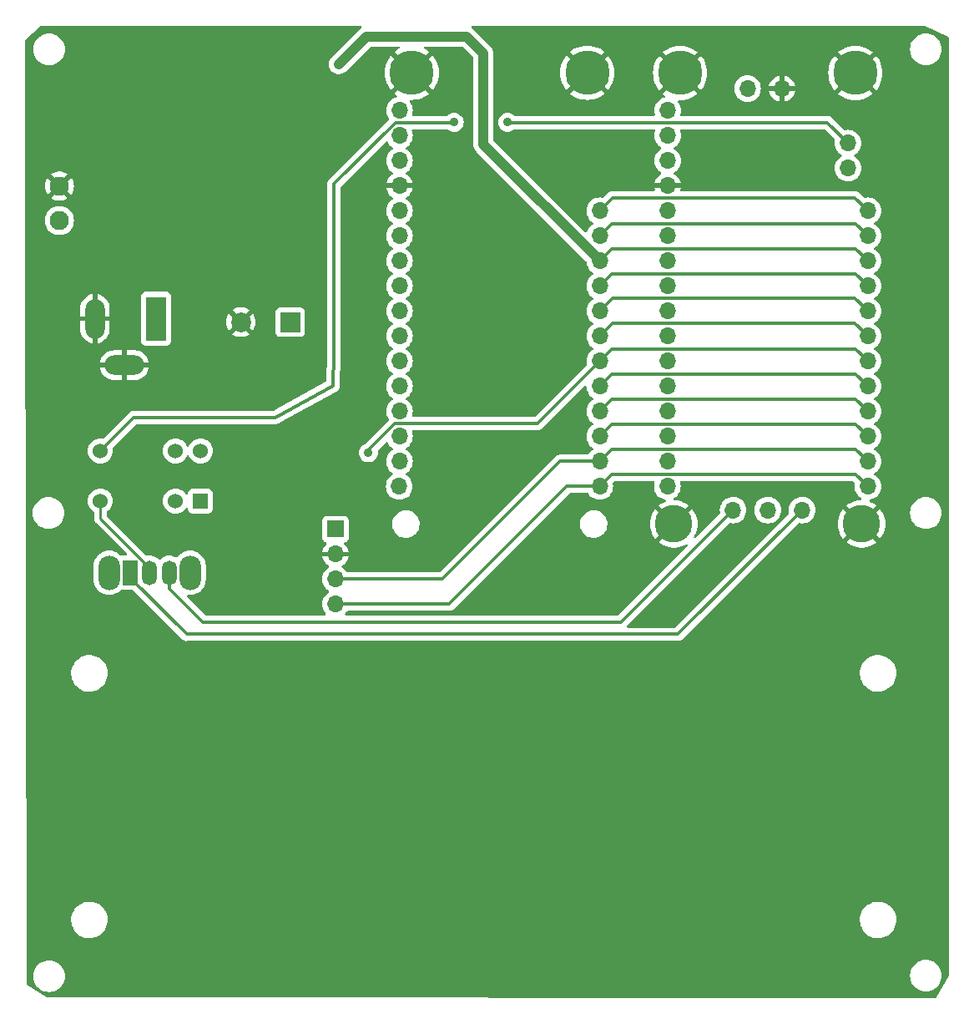
<source format=gbl>
G04 #@! TF.GenerationSoftware,KiCad,Pcbnew,7.0.1*
G04 #@! TF.CreationDate,2023-05-15T21:33:36-05:00*
G04 #@! TF.ProjectId,MiniSSO-Tester,4d696e69-5353-44f2-9d54-65737465722e,1*
G04 #@! TF.SameCoordinates,Original*
G04 #@! TF.FileFunction,Copper,L2,Bot*
G04 #@! TF.FilePolarity,Positive*
%FSLAX46Y46*%
G04 Gerber Fmt 4.6, Leading zero omitted, Abs format (unit mm)*
G04 Created by KiCad (PCBNEW 7.0.1) date 2023-05-15 21:33:36*
%MOMM*%
%LPD*%
G01*
G04 APERTURE LIST*
G04 #@! TA.AperFunction,ComponentPad*
%ADD10R,1.700000X1.700000*%
G04 #@! TD*
G04 #@! TA.AperFunction,ComponentPad*
%ADD11O,1.700000X1.700000*%
G04 #@! TD*
G04 #@! TA.AperFunction,ComponentPad*
%ADD12C,1.950000*%
G04 #@! TD*
G04 #@! TA.AperFunction,ComponentPad*
%ADD13R,1.524000X1.524000*%
G04 #@! TD*
G04 #@! TA.AperFunction,ComponentPad*
%ADD14C,1.524000*%
G04 #@! TD*
G04 #@! TA.AperFunction,ComponentPad*
%ADD15O,2.200000X3.500000*%
G04 #@! TD*
G04 #@! TA.AperFunction,ComponentPad*
%ADD16R,1.500000X2.500000*%
G04 #@! TD*
G04 #@! TA.AperFunction,ComponentPad*
%ADD17O,1.500000X2.500000*%
G04 #@! TD*
G04 #@! TA.AperFunction,ComponentPad*
%ADD18R,2.000000X2.000000*%
G04 #@! TD*
G04 #@! TA.AperFunction,ComponentPad*
%ADD19C,2.000000*%
G04 #@! TD*
G04 #@! TA.AperFunction,ComponentPad*
%ADD20C,4.500000*%
G04 #@! TD*
G04 #@! TA.AperFunction,ComponentPad*
%ADD21C,3.810000*%
G04 #@! TD*
G04 #@! TA.AperFunction,ComponentPad*
%ADD22R,2.000000X4.500000*%
G04 #@! TD*
G04 #@! TA.AperFunction,ComponentPad*
%ADD23O,2.000000X4.000000*%
G04 #@! TD*
G04 #@! TA.AperFunction,ComponentPad*
%ADD24O,4.000000X2.000000*%
G04 #@! TD*
G04 #@! TA.AperFunction,ViaPad*
%ADD25C,0.900000*%
G04 #@! TD*
G04 #@! TA.AperFunction,Conductor*
%ADD26C,0.350000*%
G04 #@! TD*
G04 #@! TA.AperFunction,Conductor*
%ADD27C,0.250000*%
G04 #@! TD*
G04 #@! TA.AperFunction,Conductor*
%ADD28C,1.000000*%
G04 #@! TD*
G04 APERTURE END LIST*
D10*
X84800000Y-111430000D03*
D11*
X84800000Y-113970000D03*
X84800000Y-116510000D03*
X84800000Y-119050000D03*
D12*
X56800000Y-80150000D03*
X56800000Y-76650000D03*
D13*
X71105000Y-108585000D03*
D14*
X71105000Y-103505000D03*
X68565000Y-108585000D03*
X68565000Y-103505000D03*
X60945000Y-108585000D03*
X60945000Y-103505000D03*
D15*
X61850000Y-115850000D03*
X70050000Y-115850000D03*
D16*
X63950000Y-115850000D03*
D17*
X65950000Y-115850000D03*
X67950000Y-115850000D03*
D18*
X80200000Y-90450000D03*
D19*
X75200000Y-90450000D03*
D11*
X91290800Y-69000000D03*
X91290800Y-71540000D03*
X91290800Y-74080000D03*
X91290800Y-76620000D03*
X91290800Y-79160000D03*
X91290800Y-81700000D03*
X91290800Y-84240000D03*
X91290800Y-86780000D03*
X91290800Y-89320000D03*
X91290800Y-91860000D03*
X91290800Y-94400000D03*
X91290800Y-96940000D03*
X91290800Y-99480000D03*
X91290800Y-102020000D03*
X91290800Y-104560000D03*
X91265400Y-107100000D03*
X111610800Y-107100000D03*
X111610800Y-104560000D03*
X111610800Y-102020000D03*
X111610800Y-99480000D03*
X111610800Y-96940000D03*
X111610800Y-94400000D03*
X111610800Y-91860000D03*
X111610800Y-89320000D03*
X111610800Y-86780000D03*
X111610800Y-84240000D03*
X111610800Y-81700000D03*
X111610800Y-79160000D03*
D20*
X92543000Y-65172200D03*
X110343000Y-65172200D03*
D11*
X118490800Y-69000000D03*
X118490800Y-71540000D03*
X118490800Y-74080000D03*
X118490800Y-76620000D03*
X118490800Y-79160000D03*
X118490800Y-81700000D03*
X118490800Y-84240000D03*
X118490800Y-86780000D03*
X118490800Y-89320000D03*
X118490800Y-91860000D03*
X118490800Y-94400000D03*
X118490800Y-96940000D03*
X118490800Y-99480000D03*
X118490800Y-102020000D03*
X118490800Y-104560000D03*
X118465400Y-107100000D03*
X138810800Y-107100000D03*
X138810800Y-104560000D03*
X138810800Y-102020000D03*
X138810800Y-99480000D03*
X138810800Y-96940000D03*
X138810800Y-94400000D03*
X138810800Y-91860000D03*
X138810800Y-89320000D03*
X138810800Y-86780000D03*
X138810800Y-84240000D03*
X138810800Y-81700000D03*
X138810800Y-79160000D03*
X136795200Y-74847600D03*
X136795200Y-72307600D03*
X130105200Y-66767600D03*
X126605200Y-66767600D03*
X125145200Y-109497600D03*
X128645200Y-109497600D03*
X132145200Y-109497600D03*
D20*
X119760800Y-65190000D03*
X137540800Y-65190000D03*
D21*
X119125800Y-110910000D03*
X138175800Y-110910000D03*
D22*
X66600000Y-90100000D03*
D23*
X60400000Y-90100000D03*
D24*
X63400000Y-94800000D03*
D25*
X88150000Y-103700000D03*
X82900000Y-103550000D03*
X102250000Y-70200000D03*
X96850000Y-70200000D03*
X85150000Y-64300000D03*
X71550000Y-82700000D03*
D26*
X90828388Y-100750000D02*
X105260800Y-100750000D01*
X88150000Y-103428388D02*
X90828388Y-100750000D01*
X88150000Y-103700000D02*
X88150000Y-103428388D01*
X105260800Y-100750000D02*
X111610800Y-94400000D01*
X83100000Y-103550000D02*
X83350000Y-103800000D01*
X82900000Y-103550000D02*
X83100000Y-103550000D01*
X96825000Y-70225000D02*
X96850000Y-70200000D01*
X90873388Y-70225000D02*
X96825000Y-70225000D01*
X84550000Y-96900000D02*
X84650000Y-93800000D01*
X84650000Y-76448388D02*
X90873388Y-70225000D01*
X64350000Y-100100000D02*
X78750000Y-100100000D01*
X78750000Y-100100000D02*
X84550000Y-96900000D01*
X60945000Y-103505000D02*
X64350000Y-100100000D01*
X84650000Y-93800000D02*
X84650000Y-76448388D01*
X102250000Y-70200000D02*
X102275000Y-70225000D01*
X102275000Y-70225000D02*
X134712600Y-70225000D01*
X134712600Y-70225000D02*
X136795200Y-72307600D01*
X69700000Y-122100000D02*
X119542800Y-122100000D01*
X63950000Y-116350000D02*
X69700000Y-122100000D01*
X119542800Y-122100000D02*
X132145200Y-109497600D01*
X63950000Y-115850000D02*
X63950000Y-116350000D01*
X113792800Y-120850000D02*
X125145200Y-109497600D01*
X71350000Y-120850000D02*
X113792800Y-120850000D01*
X67950000Y-117450000D02*
X71350000Y-120850000D01*
X67950000Y-115850000D02*
X67950000Y-117450000D01*
X107590000Y-104560000D02*
X111610800Y-104560000D01*
X84800000Y-116510000D02*
X95640000Y-116510000D01*
X95640000Y-116510000D02*
X107590000Y-104560000D01*
X96350000Y-119050000D02*
X108300000Y-107100000D01*
X108300000Y-107100000D02*
X111610800Y-107100000D01*
X84800000Y-119050000D02*
X96350000Y-119050000D01*
D27*
X60945000Y-110345000D02*
X60945000Y-108585000D01*
X65950000Y-115350000D02*
X60945000Y-110345000D01*
X65950000Y-115850000D02*
X65950000Y-115350000D01*
X65950000Y-115850000D02*
X65950000Y-115225000D01*
D28*
X99800000Y-72429200D02*
X111610800Y-84240000D01*
X99800000Y-63200000D02*
X99800000Y-72429200D01*
X98100000Y-61500000D02*
X99800000Y-63200000D01*
X87950000Y-61500000D02*
X98100000Y-61500000D01*
X85150000Y-64300000D02*
X87950000Y-61500000D01*
D26*
X112835800Y-83015000D02*
X137585800Y-83015000D01*
X111610800Y-84240000D02*
X112835800Y-83015000D01*
X137585800Y-83015000D02*
X138810800Y-84240000D01*
X111610800Y-104560000D02*
X112835800Y-103335000D01*
X137585800Y-103335000D02*
X138810800Y-104560000D01*
X112835800Y-103335000D02*
X137585800Y-103335000D01*
X137585800Y-105875000D02*
X138810800Y-107100000D01*
X112835800Y-105875000D02*
X137585800Y-105875000D01*
X111610800Y-107100000D02*
X112835800Y-105875000D01*
X137585800Y-100795000D02*
X138810800Y-102020000D01*
X112835800Y-100795000D02*
X137585800Y-100795000D01*
X111610800Y-102020000D02*
X112835800Y-100795000D01*
X112835800Y-98255000D02*
X137585800Y-98255000D01*
X137585800Y-98255000D02*
X138810800Y-99480000D01*
X111610800Y-99480000D02*
X112835800Y-98255000D01*
X112835800Y-95715000D02*
X137585800Y-95715000D01*
X137585800Y-95715000D02*
X138810800Y-96940000D01*
X111610800Y-96940000D02*
X112835800Y-95715000D01*
X137585800Y-93175000D02*
X138810800Y-94400000D01*
X111610800Y-94400000D02*
X112835800Y-93175000D01*
X112835800Y-93175000D02*
X137585800Y-93175000D01*
X137495800Y-90545000D02*
X138810800Y-91860000D01*
X111610800Y-91860000D02*
X112925800Y-90545000D01*
X112925800Y-90545000D02*
X137495800Y-90545000D01*
X137495800Y-88005000D02*
X138810800Y-89320000D01*
X112925800Y-88005000D02*
X137495800Y-88005000D01*
X111610800Y-89320000D02*
X112925800Y-88005000D01*
X111610800Y-86780000D02*
X112835800Y-85555000D01*
X137585800Y-85555000D02*
X138810800Y-86780000D01*
X112835800Y-85555000D02*
X137585800Y-85555000D01*
X112835800Y-80475000D02*
X137585800Y-80475000D01*
X137585800Y-80475000D02*
X138810800Y-81700000D01*
X111610800Y-81700000D02*
X112835800Y-80475000D01*
X137495800Y-77845000D02*
X138810800Y-79160000D01*
X111610800Y-79160000D02*
X112925800Y-77845000D01*
X112925800Y-77845000D02*
X137495800Y-77845000D01*
G04 #@! TA.AperFunction,Conductor*
G36*
X144575066Y-60411765D02*
G01*
X146928729Y-61516546D01*
X146980688Y-61562275D01*
X147000041Y-61628730D01*
X147049982Y-156666719D01*
X147033349Y-156728818D01*
X145785825Y-158887994D01*
X145740411Y-158933374D01*
X145678389Y-158949960D01*
X55585237Y-158900019D01*
X55520038Y-158881452D01*
X53508620Y-157636288D01*
X53465611Y-157591287D01*
X53449888Y-157531056D01*
X53449803Y-157478860D01*
X53448621Y-156749999D01*
X54144551Y-156749999D01*
X54164317Y-157001149D01*
X54223126Y-157246110D01*
X54260065Y-157335288D01*
X54319534Y-157478859D01*
X54451164Y-157693659D01*
X54614776Y-157885224D01*
X54806341Y-158048836D01*
X55021141Y-158180466D01*
X55253889Y-158276873D01*
X55498852Y-158335683D01*
X55687118Y-158350500D01*
X55812879Y-158350500D01*
X55812882Y-158350500D01*
X56001148Y-158335683D01*
X56246111Y-158276873D01*
X56478859Y-158180466D01*
X56693659Y-158048836D01*
X56885224Y-157885224D01*
X57048836Y-157693659D01*
X57180466Y-157478859D01*
X57276873Y-157246111D01*
X57335683Y-157001148D01*
X57355449Y-156750000D01*
X57351514Y-156699999D01*
X143094551Y-156699999D01*
X143114317Y-156951149D01*
X143173126Y-157196110D01*
X143195241Y-157249500D01*
X143269534Y-157428859D01*
X143401164Y-157643659D01*
X143564776Y-157835224D01*
X143756341Y-157998836D01*
X143971141Y-158130466D01*
X144203889Y-158226873D01*
X144448852Y-158285683D01*
X144637118Y-158300500D01*
X144762879Y-158300500D01*
X144762882Y-158300500D01*
X144951148Y-158285683D01*
X145196111Y-158226873D01*
X145428859Y-158130466D01*
X145643659Y-157998836D01*
X145835224Y-157835224D01*
X145998836Y-157643659D01*
X146130466Y-157428859D01*
X146226873Y-157196111D01*
X146285683Y-156951148D01*
X146305449Y-156700000D01*
X146285683Y-156448852D01*
X146226873Y-156203889D01*
X146130466Y-155971141D01*
X145998836Y-155756341D01*
X145835224Y-155564776D01*
X145643659Y-155401164D01*
X145428859Y-155269534D01*
X145312485Y-155221330D01*
X145196110Y-155173126D01*
X144951149Y-155114317D01*
X144904081Y-155110612D01*
X144762882Y-155099500D01*
X144637118Y-155099500D01*
X144524158Y-155108390D01*
X144448850Y-155114317D01*
X144203889Y-155173126D01*
X143971139Y-155269535D01*
X143756342Y-155401163D01*
X143564776Y-155564776D01*
X143401163Y-155756342D01*
X143269535Y-155971139D01*
X143173126Y-156203889D01*
X143114317Y-156448850D01*
X143094551Y-156699999D01*
X57351514Y-156699999D01*
X57335683Y-156498852D01*
X57276873Y-156253889D01*
X57180466Y-156021141D01*
X57048836Y-155806341D01*
X56885224Y-155614776D01*
X56693659Y-155451164D01*
X56478859Y-155319534D01*
X56358148Y-155269534D01*
X56246110Y-155223126D01*
X56001149Y-155164317D01*
X55954081Y-155160612D01*
X55812882Y-155149500D01*
X55687118Y-155149500D01*
X55574158Y-155158390D01*
X55498850Y-155164317D01*
X55253889Y-155223126D01*
X55021139Y-155319535D01*
X54806342Y-155451163D01*
X54614776Y-155614776D01*
X54451163Y-155806342D01*
X54319535Y-156021139D01*
X54223126Y-156253889D01*
X54164317Y-156498850D01*
X54144551Y-156749999D01*
X53448621Y-156749999D01*
X53439488Y-151117764D01*
X57995787Y-151117764D01*
X58025413Y-151387016D01*
X58093928Y-151649087D01*
X58199871Y-151898392D01*
X58340982Y-152129611D01*
X58430253Y-152236881D01*
X58514255Y-152337820D01*
X58715998Y-152518582D01*
X58941910Y-152668044D01*
X59048211Y-152717876D01*
X59187177Y-152783021D01*
X59446562Y-152861058D01*
X59446569Y-152861060D01*
X59714561Y-152900500D01*
X59917631Y-152900500D01*
X59917634Y-152900500D01*
X60120156Y-152885677D01*
X60120156Y-152885676D01*
X60384553Y-152826780D01*
X60637558Y-152730014D01*
X60873777Y-152597441D01*
X61088177Y-152431888D01*
X61276186Y-152236881D01*
X61433799Y-152016579D01*
X61557656Y-151775675D01*
X61645118Y-151519305D01*
X61694319Y-151252933D01*
X61699259Y-151117764D01*
X137995787Y-151117764D01*
X138025413Y-151387016D01*
X138093928Y-151649087D01*
X138199871Y-151898392D01*
X138340982Y-152129611D01*
X138430253Y-152236881D01*
X138514255Y-152337820D01*
X138715998Y-152518582D01*
X138941910Y-152668044D01*
X139048211Y-152717876D01*
X139187177Y-152783021D01*
X139446562Y-152861058D01*
X139446569Y-152861060D01*
X139714561Y-152900500D01*
X139917631Y-152900500D01*
X139917634Y-152900500D01*
X140120156Y-152885677D01*
X140120156Y-152885676D01*
X140384553Y-152826780D01*
X140637558Y-152730014D01*
X140873777Y-152597441D01*
X141088177Y-152431888D01*
X141276186Y-152236881D01*
X141433799Y-152016579D01*
X141557656Y-151775675D01*
X141645118Y-151519305D01*
X141694319Y-151252933D01*
X141704212Y-150982235D01*
X141674586Y-150712982D01*
X141606072Y-150450912D01*
X141500130Y-150201610D01*
X141359018Y-149970390D01*
X141359017Y-149970388D01*
X141185746Y-149762181D01*
X141080758Y-149668112D01*
X140984002Y-149581418D01*
X140758090Y-149431956D01*
X140758086Y-149431954D01*
X140512822Y-149316978D01*
X140253437Y-149238941D01*
X140253431Y-149238940D01*
X139985439Y-149199500D01*
X139782369Y-149199500D01*
X139782366Y-149199500D01*
X139579843Y-149214322D01*
X139315449Y-149273219D01*
X139062441Y-149369986D01*
X138826223Y-149502559D01*
X138611825Y-149668109D01*
X138423813Y-149863120D01*
X138266201Y-150083420D01*
X138142342Y-150324329D01*
X138054881Y-150580695D01*
X138005680Y-150847066D01*
X137995787Y-151117764D01*
X61699259Y-151117764D01*
X61704212Y-150982235D01*
X61674586Y-150712982D01*
X61606072Y-150450912D01*
X61500130Y-150201610D01*
X61359018Y-149970390D01*
X61359017Y-149970388D01*
X61185746Y-149762181D01*
X61080758Y-149668112D01*
X60984002Y-149581418D01*
X60758090Y-149431956D01*
X60758086Y-149431954D01*
X60512822Y-149316978D01*
X60253437Y-149238941D01*
X60253431Y-149238940D01*
X59985439Y-149199500D01*
X59782369Y-149199500D01*
X59782366Y-149199500D01*
X59579843Y-149214322D01*
X59315449Y-149273219D01*
X59062441Y-149369986D01*
X58826223Y-149502559D01*
X58611825Y-149668109D01*
X58423813Y-149863120D01*
X58266201Y-150083420D01*
X58142342Y-150324329D01*
X58054881Y-150580695D01*
X58005680Y-150847066D01*
X57995787Y-151117764D01*
X53439488Y-151117764D01*
X53398947Y-126117764D01*
X57995787Y-126117764D01*
X58025413Y-126387016D01*
X58093928Y-126649087D01*
X58199871Y-126898392D01*
X58340982Y-127129611D01*
X58430253Y-127236881D01*
X58514255Y-127337820D01*
X58715998Y-127518582D01*
X58941910Y-127668044D01*
X59048211Y-127717876D01*
X59187177Y-127783021D01*
X59446562Y-127861058D01*
X59446569Y-127861060D01*
X59714561Y-127900500D01*
X59917631Y-127900500D01*
X59917634Y-127900500D01*
X60120156Y-127885677D01*
X60120155Y-127885677D01*
X60384553Y-127826780D01*
X60637558Y-127730014D01*
X60873777Y-127597441D01*
X61088177Y-127431888D01*
X61276186Y-127236881D01*
X61433799Y-127016579D01*
X61557656Y-126775675D01*
X61645118Y-126519305D01*
X61694319Y-126252933D01*
X61699259Y-126117764D01*
X137995787Y-126117764D01*
X138025413Y-126387016D01*
X138093928Y-126649087D01*
X138199871Y-126898392D01*
X138340982Y-127129611D01*
X138430253Y-127236881D01*
X138514255Y-127337820D01*
X138715998Y-127518582D01*
X138941910Y-127668044D01*
X139048211Y-127717876D01*
X139187177Y-127783021D01*
X139446562Y-127861058D01*
X139446569Y-127861060D01*
X139714561Y-127900500D01*
X139917631Y-127900500D01*
X139917634Y-127900500D01*
X140120156Y-127885677D01*
X140120155Y-127885677D01*
X140384553Y-127826780D01*
X140637558Y-127730014D01*
X140873777Y-127597441D01*
X141088177Y-127431888D01*
X141276186Y-127236881D01*
X141433799Y-127016579D01*
X141557656Y-126775675D01*
X141645118Y-126519305D01*
X141694319Y-126252933D01*
X141704212Y-125982235D01*
X141674586Y-125712982D01*
X141606072Y-125450912D01*
X141500130Y-125201610D01*
X141359018Y-124970390D01*
X141359017Y-124970388D01*
X141185746Y-124762181D01*
X141080758Y-124668112D01*
X140984002Y-124581418D01*
X140758090Y-124431956D01*
X140758086Y-124431954D01*
X140512822Y-124316978D01*
X140253437Y-124238941D01*
X140253431Y-124238940D01*
X139985439Y-124199500D01*
X139782369Y-124199500D01*
X139782366Y-124199500D01*
X139579843Y-124214322D01*
X139315449Y-124273219D01*
X139062441Y-124369986D01*
X138826223Y-124502559D01*
X138611825Y-124668109D01*
X138423813Y-124863120D01*
X138266201Y-125083420D01*
X138142342Y-125324329D01*
X138054881Y-125580695D01*
X138005680Y-125847066D01*
X137995787Y-126117764D01*
X61699259Y-126117764D01*
X61704212Y-125982235D01*
X61674586Y-125712982D01*
X61606072Y-125450912D01*
X61500130Y-125201610D01*
X61359018Y-124970390D01*
X61359017Y-124970388D01*
X61185746Y-124762181D01*
X61080758Y-124668112D01*
X60984002Y-124581418D01*
X60758090Y-124431956D01*
X60758086Y-124431954D01*
X60512822Y-124316978D01*
X60253437Y-124238941D01*
X60253431Y-124238940D01*
X59985439Y-124199500D01*
X59782369Y-124199500D01*
X59782366Y-124199500D01*
X59579843Y-124214322D01*
X59315449Y-124273219D01*
X59062441Y-124369986D01*
X58826223Y-124502559D01*
X58611825Y-124668109D01*
X58423813Y-124863120D01*
X58266201Y-125083420D01*
X58142342Y-125324329D01*
X58054881Y-125580695D01*
X58005680Y-125847066D01*
X57995787Y-126117764D01*
X53398947Y-126117764D01*
X53372486Y-109799999D01*
X54094551Y-109799999D01*
X54114317Y-110051149D01*
X54173126Y-110296110D01*
X54196638Y-110352873D01*
X54269534Y-110528859D01*
X54401164Y-110743659D01*
X54564776Y-110935224D01*
X54756341Y-111098836D01*
X54971141Y-111230466D01*
X55203889Y-111326873D01*
X55448852Y-111385683D01*
X55637118Y-111400500D01*
X55762879Y-111400500D01*
X55762882Y-111400500D01*
X55951148Y-111385683D01*
X56196111Y-111326873D01*
X56428859Y-111230466D01*
X56643659Y-111098836D01*
X56835224Y-110935224D01*
X56998836Y-110743659D01*
X57130466Y-110528859D01*
X57226873Y-110296111D01*
X57285683Y-110051148D01*
X57305449Y-109800000D01*
X57285683Y-109548852D01*
X57226873Y-109303889D01*
X57130466Y-109071141D01*
X56998836Y-108856341D01*
X56835224Y-108664776D01*
X56643659Y-108501164D01*
X56428859Y-108369534D01*
X56312484Y-108321330D01*
X56196110Y-108273126D01*
X55951149Y-108214317D01*
X55904081Y-108210612D01*
X55762882Y-108199500D01*
X55637118Y-108199500D01*
X55524158Y-108208390D01*
X55448850Y-108214317D01*
X55203889Y-108273126D01*
X55005225Y-108355415D01*
X54982247Y-108364934D01*
X54971139Y-108369535D01*
X54756342Y-108501163D01*
X54564776Y-108664776D01*
X54401163Y-108856342D01*
X54269535Y-109071139D01*
X54173126Y-109303889D01*
X54114317Y-109548850D01*
X54094551Y-109799999D01*
X53372486Y-109799999D01*
X53362278Y-103505000D01*
X59677676Y-103505000D01*
X59696929Y-103725065D01*
X59754106Y-103938451D01*
X59826627Y-104093972D01*
X59847466Y-104138662D01*
X59974174Y-104319620D01*
X60130380Y-104475826D01*
X60311338Y-104602534D01*
X60511550Y-104695894D01*
X60724932Y-104753070D01*
X60945000Y-104772323D01*
X61165068Y-104753070D01*
X61378450Y-104695894D01*
X61578662Y-104602534D01*
X61759620Y-104475826D01*
X61915826Y-104319620D01*
X62042534Y-104138662D01*
X62135894Y-103938450D01*
X62193070Y-103725068D01*
X62212323Y-103505000D01*
X67297676Y-103505000D01*
X67316929Y-103725065D01*
X67374106Y-103938451D01*
X67446627Y-104093972D01*
X67467466Y-104138662D01*
X67594174Y-104319620D01*
X67750380Y-104475826D01*
X67931338Y-104602534D01*
X68131550Y-104695894D01*
X68344932Y-104753070D01*
X68565000Y-104772323D01*
X68785068Y-104753070D01*
X68998450Y-104695894D01*
X69198662Y-104602534D01*
X69379620Y-104475826D01*
X69535826Y-104319620D01*
X69662534Y-104138662D01*
X69722617Y-104009811D01*
X69768375Y-103957635D01*
X69835000Y-103938216D01*
X69901625Y-103957635D01*
X69947382Y-104009811D01*
X70007466Y-104138662D01*
X70134174Y-104319620D01*
X70290380Y-104475826D01*
X70471338Y-104602534D01*
X70671550Y-104695894D01*
X70884932Y-104753070D01*
X71105000Y-104772323D01*
X71325068Y-104753070D01*
X71538450Y-104695894D01*
X71738662Y-104602534D01*
X71919620Y-104475826D01*
X72075826Y-104319620D01*
X72202534Y-104138662D01*
X72295894Y-103938450D01*
X72353070Y-103725068D01*
X72372323Y-103505000D01*
X72353070Y-103284932D01*
X72295894Y-103071550D01*
X72202534Y-102871339D01*
X72075826Y-102690380D01*
X71919620Y-102534174D01*
X71738662Y-102407466D01*
X71738661Y-102407465D01*
X71538451Y-102314106D01*
X71325065Y-102256929D01*
X71105000Y-102237676D01*
X70884934Y-102256929D01*
X70671548Y-102314106D01*
X70471338Y-102407466D01*
X70290379Y-102534174D01*
X70134174Y-102690379D01*
X70007466Y-102871338D01*
X69947382Y-103000189D01*
X69901625Y-103052365D01*
X69835000Y-103071784D01*
X69768375Y-103052365D01*
X69722618Y-103000189D01*
X69678633Y-102905864D01*
X69662534Y-102871339D01*
X69535826Y-102690380D01*
X69379620Y-102534174D01*
X69198662Y-102407466D01*
X69198661Y-102407465D01*
X68998451Y-102314106D01*
X68785065Y-102256929D01*
X68565000Y-102237676D01*
X68344934Y-102256929D01*
X68131548Y-102314106D01*
X67931338Y-102407466D01*
X67750379Y-102534174D01*
X67594174Y-102690379D01*
X67467466Y-102871338D01*
X67374106Y-103071548D01*
X67316929Y-103284934D01*
X67297676Y-103505000D01*
X62212323Y-103505000D01*
X62198523Y-103347257D01*
X62192261Y-103275679D01*
X62199267Y-103222461D01*
X62228106Y-103177193D01*
X64593481Y-100811819D01*
X64633710Y-100784939D01*
X64681163Y-100775500D01*
X78709999Y-100775500D01*
X78722377Y-100776119D01*
X78764182Y-100780313D01*
X78764183Y-100780312D01*
X78764185Y-100780313D01*
X78837139Y-100769907D01*
X78839675Y-100769571D01*
X78892201Y-100763194D01*
X78918381Y-100760016D01*
X78921397Y-100759239D01*
X78926575Y-100757150D01*
X78926580Y-100757150D01*
X78995045Y-100729538D01*
X78997215Y-100728689D01*
X79066226Y-100702518D01*
X79100808Y-100678646D01*
X79111319Y-100672141D01*
X84857765Y-97501688D01*
X84863566Y-97498686D01*
X84918290Y-97472180D01*
X84960567Y-97437090D01*
X84967205Y-97431952D01*
X85011744Y-97399819D01*
X85011743Y-97399819D01*
X85011747Y-97399817D01*
X85019721Y-97390427D01*
X85035044Y-97375279D01*
X85044519Y-97367416D01*
X85077173Y-97323225D01*
X85082373Y-97316665D01*
X85117943Y-97274790D01*
X85123441Y-97263759D01*
X85134680Y-97245405D01*
X85142009Y-97235488D01*
X85163136Y-97184772D01*
X85166615Y-97177158D01*
X85191133Y-97127981D01*
X85193831Y-97115959D01*
X85200357Y-97095430D01*
X85205094Y-97084062D01*
X85213470Y-97029767D01*
X85215030Y-97021519D01*
X85227062Y-96967924D01*
X85225794Y-96907143D01*
X85225830Y-96900625D01*
X85324006Y-93857169D01*
X85324845Y-93846244D01*
X85325500Y-93840857D01*
X85325500Y-93812903D01*
X85325564Y-93808908D01*
X85325612Y-93807396D01*
X85326466Y-93780944D01*
X85325986Y-93775539D01*
X85325500Y-93764572D01*
X85325500Y-76779551D01*
X85334939Y-76732098D01*
X85361819Y-76691870D01*
X86471797Y-75581892D01*
X89902212Y-72151475D01*
X89952603Y-72120897D01*
X90011422Y-72117042D01*
X90065376Y-72140781D01*
X90102272Y-72186751D01*
X90116763Y-72217826D01*
X90116765Y-72217830D01*
X90252305Y-72411401D01*
X90419399Y-72578495D01*
X90604960Y-72708426D01*
X90643824Y-72752743D01*
X90657835Y-72810000D01*
X90643824Y-72867257D01*
X90604958Y-72911575D01*
X90422526Y-73039316D01*
X90419395Y-73041508D01*
X90252305Y-73208598D01*
X90116765Y-73402170D01*
X90016897Y-73616336D01*
X89955736Y-73844592D01*
X89935140Y-74079999D01*
X89955736Y-74315407D01*
X89974099Y-74383937D01*
X90016897Y-74543663D01*
X90116765Y-74757830D01*
X90252305Y-74951401D01*
X90419399Y-75118495D01*
X90605397Y-75248732D01*
X90644260Y-75293048D01*
X90658271Y-75350305D01*
X90644261Y-75407561D01*
X90605395Y-75451880D01*
X90419719Y-75581892D01*
X90252690Y-75748921D01*
X90117200Y-75942421D01*
X90017369Y-76156507D01*
X89960164Y-76369999D01*
X89960164Y-76370000D01*
X92621436Y-76370000D01*
X92621435Y-76369999D01*
X92564230Y-76156507D01*
X92464399Y-75942421D01*
X92328909Y-75748921D01*
X92161881Y-75581893D01*
X91976204Y-75451880D01*
X91937339Y-75407562D01*
X91923328Y-75350305D01*
X91937339Y-75293048D01*
X91976202Y-75248732D01*
X92162201Y-75118495D01*
X92329295Y-74951401D01*
X92464835Y-74757830D01*
X92564703Y-74543663D01*
X92625863Y-74315408D01*
X92646459Y-74080000D01*
X92625863Y-73844592D01*
X92564703Y-73616337D01*
X92464835Y-73402171D01*
X92329295Y-73208599D01*
X92162201Y-73041505D01*
X91976639Y-72911573D01*
X91937775Y-72867257D01*
X91923764Y-72810000D01*
X91937775Y-72752743D01*
X91976639Y-72708426D01*
X92162201Y-72578495D01*
X92329295Y-72411401D01*
X92464835Y-72217830D01*
X92564703Y-72003663D01*
X92625863Y-71775408D01*
X92646459Y-71540000D01*
X92625863Y-71304592D01*
X92580037Y-71133564D01*
X92561895Y-71065857D01*
X92562847Y-71065601D01*
X92553615Y-71016391D01*
X92572769Y-70957875D01*
X92617707Y-70915786D01*
X92677350Y-70900500D01*
X96160912Y-70900500D01*
X96202687Y-70907749D01*
X96239576Y-70928646D01*
X96319375Y-70994136D01*
X96484499Y-71082396D01*
X96663669Y-71136747D01*
X96850000Y-71155099D01*
X97036331Y-71136747D01*
X97215501Y-71082396D01*
X97380625Y-70994136D01*
X97525357Y-70875357D01*
X97644136Y-70730625D01*
X97732396Y-70565501D01*
X97786747Y-70386331D01*
X97805099Y-70200000D01*
X97786747Y-70013669D01*
X97732396Y-69834499D01*
X97644136Y-69669375D01*
X97525357Y-69524643D01*
X97380625Y-69405864D01*
X97380624Y-69405863D01*
X97215500Y-69317603D01*
X97036332Y-69263253D01*
X96850000Y-69244901D01*
X96663667Y-69263253D01*
X96484499Y-69317603D01*
X96319375Y-69405863D01*
X96178652Y-69521353D01*
X96141761Y-69542251D01*
X96099987Y-69549500D01*
X92703303Y-69549500D01*
X92648459Y-69536712D01*
X92604927Y-69500986D01*
X92581686Y-69449691D01*
X92583528Y-69393407D01*
X92625863Y-69235407D01*
X92646459Y-69000000D01*
X92625863Y-68764592D01*
X92625862Y-68764591D01*
X92564703Y-68536337D01*
X92464835Y-68322171D01*
X92329295Y-68128599D01*
X92329294Y-68128598D01*
X92323072Y-68119712D01*
X92324530Y-68118690D01*
X92301690Y-68080907D01*
X92298106Y-68021665D01*
X92322464Y-67967544D01*
X92369184Y-67930941D01*
X92427562Y-67920243D01*
X92543000Y-67927226D01*
X92875082Y-67907138D01*
X93202326Y-67847168D01*
X93519946Y-67748194D01*
X93823318Y-67611656D01*
X94108033Y-67439541D01*
X94303582Y-67286337D01*
X94303582Y-67286336D01*
X92543001Y-65525753D01*
X92543000Y-65525753D01*
X90782416Y-67286336D01*
X90782416Y-67286338D01*
X90977958Y-67439536D01*
X91011019Y-67459522D01*
X91051939Y-67499788D01*
X91070338Y-67554169D01*
X91062273Y-67611008D01*
X91029471Y-67658123D01*
X90978964Y-67685415D01*
X90827135Y-67726097D01*
X90612970Y-67825965D01*
X90419398Y-67961505D01*
X90252305Y-68128598D01*
X90116765Y-68322170D01*
X90016897Y-68536336D01*
X89955736Y-68764592D01*
X89935140Y-69000000D01*
X89955736Y-69235407D01*
X89977761Y-69317604D01*
X90016897Y-69463663D01*
X90116765Y-69677830D01*
X90200608Y-69797570D01*
X90221723Y-69850719D01*
X90216738Y-69907694D01*
X90186713Y-69956372D01*
X84189424Y-75953661D01*
X84183972Y-75958794D01*
X84140668Y-75997158D01*
X84107800Y-76044775D01*
X84103363Y-76050805D01*
X84067673Y-76096361D01*
X84063824Y-76104912D01*
X84052807Y-76124446D01*
X84047481Y-76132163D01*
X84026965Y-76186256D01*
X84024102Y-76193170D01*
X84000349Y-76245950D01*
X83998661Y-76255164D01*
X83992638Y-76276771D01*
X83989310Y-76285545D01*
X83982333Y-76343000D01*
X83981207Y-76350399D01*
X83970780Y-76407300D01*
X83974274Y-76465052D01*
X83974500Y-76472539D01*
X83974500Y-93787080D01*
X83974436Y-93791078D01*
X83889513Y-96423670D01*
X83871326Y-96484426D01*
X83825479Y-96528244D01*
X78603980Y-99409072D01*
X78544078Y-99424500D01*
X64374151Y-99424500D01*
X64366665Y-99424274D01*
X64364385Y-99424136D01*
X64308912Y-99420780D01*
X64252011Y-99431207D01*
X64244612Y-99432333D01*
X64187157Y-99439310D01*
X64178383Y-99442638D01*
X64156776Y-99448661D01*
X64147562Y-99450349D01*
X64094782Y-99474102D01*
X64087868Y-99476965D01*
X64033775Y-99497481D01*
X64026058Y-99502807D01*
X64006524Y-99513824D01*
X63997973Y-99517673D01*
X63952417Y-99553363D01*
X63946387Y-99557800D01*
X63898770Y-99590668D01*
X63860406Y-99633972D01*
X63855273Y-99639424D01*
X61272806Y-102221891D01*
X61227536Y-102250732D01*
X61174318Y-102257738D01*
X60945000Y-102237676D01*
X60724934Y-102256929D01*
X60511548Y-102314106D01*
X60311338Y-102407466D01*
X60130379Y-102534174D01*
X59974174Y-102690379D01*
X59847466Y-102871338D01*
X59754106Y-103071548D01*
X59696929Y-103284934D01*
X59677676Y-103505000D01*
X53362278Y-103505000D01*
X53348568Y-95050000D01*
X60920977Y-95050000D01*
X60940916Y-95169491D01*
X61021631Y-95404606D01*
X61139946Y-95623233D01*
X61292631Y-95819403D01*
X61475522Y-95987766D01*
X61683634Y-96123733D01*
X61911278Y-96223586D01*
X62152267Y-96284613D01*
X62337951Y-96300000D01*
X63150000Y-96300000D01*
X63150000Y-95050000D01*
X63650000Y-95050000D01*
X63650000Y-96300000D01*
X64462049Y-96300000D01*
X64647732Y-96284613D01*
X64888721Y-96223586D01*
X65116365Y-96123733D01*
X65324477Y-95987766D01*
X65507368Y-95819403D01*
X65660053Y-95623233D01*
X65778368Y-95404606D01*
X65859083Y-95169491D01*
X65879023Y-95050000D01*
X63650000Y-95050000D01*
X63150000Y-95050000D01*
X60920977Y-95050000D01*
X53348568Y-95050000D01*
X53347757Y-94549999D01*
X60920976Y-94549999D01*
X60920978Y-94550000D01*
X63150000Y-94550000D01*
X63150000Y-93300000D01*
X63650000Y-93300000D01*
X63650000Y-94550000D01*
X65879022Y-94550000D01*
X65879023Y-94549999D01*
X65859083Y-94430508D01*
X65778368Y-94195393D01*
X65660053Y-93976766D01*
X65507368Y-93780596D01*
X65324477Y-93612233D01*
X65116365Y-93476266D01*
X64888721Y-93376413D01*
X64647732Y-93315386D01*
X64462049Y-93300000D01*
X63650000Y-93300000D01*
X63150000Y-93300000D01*
X62337951Y-93300000D01*
X62152267Y-93315386D01*
X61911278Y-93376413D01*
X61683634Y-93476266D01*
X61475522Y-93612233D01*
X61292631Y-93780596D01*
X61139946Y-93976766D01*
X61021631Y-94195393D01*
X60940916Y-94430508D01*
X60920976Y-94549999D01*
X53347757Y-94549999D01*
X53340946Y-90350000D01*
X58900000Y-90350000D01*
X58900000Y-91162049D01*
X58915386Y-91347732D01*
X58976413Y-91588721D01*
X59076266Y-91816365D01*
X59212233Y-92024477D01*
X59380596Y-92207368D01*
X59576766Y-92360053D01*
X59795393Y-92478368D01*
X60030508Y-92559083D01*
X60149999Y-92579023D01*
X60150000Y-92579023D01*
X60150000Y-90350000D01*
X60650000Y-90350000D01*
X60650000Y-92579023D01*
X60769491Y-92559083D01*
X61004606Y-92478368D01*
X61153355Y-92397869D01*
X65099500Y-92397869D01*
X65105909Y-92457484D01*
X65121580Y-92499500D01*
X65156204Y-92592331D01*
X65242454Y-92707546D01*
X65357669Y-92793796D01*
X65492517Y-92844091D01*
X65552127Y-92850500D01*
X67647872Y-92850499D01*
X67707483Y-92844091D01*
X67842331Y-92793796D01*
X67957546Y-92707546D01*
X68043796Y-92592331D01*
X68094091Y-92457483D01*
X68100500Y-92397873D01*
X68100500Y-91673610D01*
X74329942Y-91673610D01*
X74376766Y-91710055D01*
X74595393Y-91828368D01*
X74830506Y-91909083D01*
X75075707Y-91950000D01*
X75324293Y-91950000D01*
X75569493Y-91909083D01*
X75804606Y-91828368D01*
X76023233Y-91710053D01*
X76070056Y-91673609D01*
X75894316Y-91497869D01*
X78699500Y-91497869D01*
X78701418Y-91515707D01*
X78705909Y-91557483D01*
X78756204Y-91692331D01*
X78842454Y-91807546D01*
X78957669Y-91893796D01*
X79092517Y-91944091D01*
X79152127Y-91950500D01*
X81247872Y-91950499D01*
X81307483Y-91944091D01*
X81442331Y-91893796D01*
X81557546Y-91807546D01*
X81643796Y-91692331D01*
X81694091Y-91557483D01*
X81700500Y-91497873D01*
X81700499Y-89402128D01*
X81694091Y-89342517D01*
X81643796Y-89207669D01*
X81557546Y-89092454D01*
X81442331Y-89006204D01*
X81307483Y-88955909D01*
X81247873Y-88949500D01*
X81247869Y-88949500D01*
X79152130Y-88949500D01*
X79092515Y-88955909D01*
X78957669Y-89006204D01*
X78842454Y-89092454D01*
X78756204Y-89207668D01*
X78705909Y-89342516D01*
X78699500Y-89402130D01*
X78699500Y-91497869D01*
X75894316Y-91497869D01*
X75200000Y-90803553D01*
X74329942Y-91673609D01*
X74329942Y-91673610D01*
X68100500Y-91673610D01*
X68100500Y-90450000D01*
X73694858Y-90450000D01*
X73715386Y-90697732D01*
X73776413Y-90938721D01*
X73876268Y-91166370D01*
X73976563Y-91319882D01*
X73976564Y-91319882D01*
X74846447Y-90450001D01*
X74846447Y-90450000D01*
X75553553Y-90450000D01*
X76423434Y-91319882D01*
X76523730Y-91166369D01*
X76623586Y-90938721D01*
X76684613Y-90697732D01*
X76705141Y-90449999D01*
X76684613Y-90202267D01*
X76623586Y-89961278D01*
X76523730Y-89733630D01*
X76423434Y-89580116D01*
X75553553Y-90450000D01*
X74846447Y-90450000D01*
X73976564Y-89580116D01*
X73876266Y-89733634D01*
X73776413Y-89961278D01*
X73715386Y-90202267D01*
X73694858Y-90450000D01*
X68100500Y-90450000D01*
X68100500Y-89226390D01*
X74329942Y-89226390D01*
X75200000Y-90096447D01*
X75200001Y-90096447D01*
X76070057Y-89226390D01*
X76070056Y-89226388D01*
X76023235Y-89189947D01*
X75804606Y-89071631D01*
X75569493Y-88990916D01*
X75324293Y-88950000D01*
X75075707Y-88950000D01*
X74830506Y-88990916D01*
X74595393Y-89071631D01*
X74376764Y-89189946D01*
X74329942Y-89226388D01*
X74329942Y-89226390D01*
X68100500Y-89226390D01*
X68100499Y-87802128D01*
X68094091Y-87742517D01*
X68043796Y-87607669D01*
X67957546Y-87492454D01*
X67842331Y-87406204D01*
X67707483Y-87355909D01*
X67647873Y-87349500D01*
X67647869Y-87349500D01*
X65552130Y-87349500D01*
X65492515Y-87355909D01*
X65357669Y-87406204D01*
X65242454Y-87492454D01*
X65156204Y-87607668D01*
X65105909Y-87742516D01*
X65099500Y-87802130D01*
X65099500Y-92397869D01*
X61153355Y-92397869D01*
X61223233Y-92360053D01*
X61419403Y-92207368D01*
X61587766Y-92024477D01*
X61723733Y-91816365D01*
X61823586Y-91588721D01*
X61884613Y-91347732D01*
X61900000Y-91162049D01*
X61900000Y-90350000D01*
X60650000Y-90350000D01*
X60150000Y-90350000D01*
X58900000Y-90350000D01*
X53340946Y-90350000D01*
X53340135Y-89850000D01*
X58900000Y-89850000D01*
X60150000Y-89850000D01*
X60150000Y-87620978D01*
X60149999Y-87620976D01*
X60650000Y-87620976D01*
X60650000Y-89850000D01*
X61900000Y-89850000D01*
X61900000Y-89037951D01*
X61884613Y-88852267D01*
X61823586Y-88611278D01*
X61723733Y-88383634D01*
X61587766Y-88175522D01*
X61419403Y-87992631D01*
X61223233Y-87839946D01*
X61004606Y-87721631D01*
X60769491Y-87640916D01*
X60650000Y-87620976D01*
X60149999Y-87620976D01*
X60030508Y-87640916D01*
X59795393Y-87721631D01*
X59576766Y-87839946D01*
X59380596Y-87992631D01*
X59212233Y-88175522D01*
X59076266Y-88383634D01*
X58976413Y-88611278D01*
X58915386Y-88852267D01*
X58900000Y-89037951D01*
X58900000Y-89850000D01*
X53340135Y-89850000D01*
X53324405Y-80150000D01*
X55319442Y-80150000D01*
X55339635Y-80393687D01*
X55339635Y-80393690D01*
X55339636Y-80393692D01*
X55373132Y-80525965D01*
X55399665Y-80630738D01*
X55497887Y-80854664D01*
X55497889Y-80854667D01*
X55631632Y-81059377D01*
X55797246Y-81239281D01*
X55797249Y-81239283D01*
X55990206Y-81389469D01*
X55990208Y-81389470D01*
X55990212Y-81389473D01*
X56205267Y-81505855D01*
X56205270Y-81505856D01*
X56205272Y-81505857D01*
X56436540Y-81585251D01*
X56436544Y-81585251D01*
X56436545Y-81585252D01*
X56677737Y-81625500D01*
X56922262Y-81625500D01*
X56922263Y-81625500D01*
X57163455Y-81585252D01*
X57163456Y-81585251D01*
X57163459Y-81585251D01*
X57394727Y-81505857D01*
X57394726Y-81505857D01*
X57394733Y-81505855D01*
X57609788Y-81389473D01*
X57802754Y-81239281D01*
X57968368Y-81059377D01*
X58102111Y-80854667D01*
X58200336Y-80630736D01*
X58260364Y-80393692D01*
X58280557Y-80150000D01*
X58260364Y-79906308D01*
X58200336Y-79669264D01*
X58102111Y-79445333D01*
X57968368Y-79240623D01*
X57802754Y-79060719D01*
X57780989Y-79043779D01*
X57609793Y-78910530D01*
X57609789Y-78910527D01*
X57609788Y-78910527D01*
X57394733Y-78794145D01*
X57394731Y-78794144D01*
X57394727Y-78794142D01*
X57163459Y-78714748D01*
X56970501Y-78682549D01*
X56922263Y-78674500D01*
X56677737Y-78674500D01*
X56637538Y-78681207D01*
X56436540Y-78714748D01*
X56205272Y-78794142D01*
X55990206Y-78910530D01*
X55797249Y-79060716D01*
X55631633Y-79240622D01*
X55497887Y-79445335D01*
X55399665Y-79669261D01*
X55399664Y-79669264D01*
X55370555Y-79784214D01*
X55339635Y-79906312D01*
X55319442Y-80150000D01*
X53324405Y-80150000D01*
X53320684Y-77855793D01*
X55947757Y-77855793D01*
X55947758Y-77855794D01*
X55990484Y-77889050D01*
X56205473Y-78005396D01*
X56436665Y-78084766D01*
X56677778Y-78125000D01*
X56922222Y-78125000D01*
X57163334Y-78084766D01*
X57394526Y-78005396D01*
X57609515Y-77889050D01*
X57652240Y-77855794D01*
X57652241Y-77855793D01*
X56800000Y-77003553D01*
X55947757Y-77855793D01*
X53320684Y-77855793D01*
X53318729Y-76650000D01*
X55319944Y-76650000D01*
X55340130Y-76893604D01*
X55400139Y-77130574D01*
X55498330Y-77354428D01*
X55594626Y-77501820D01*
X56446447Y-76650001D01*
X57153553Y-76650001D01*
X58005372Y-77501820D01*
X58101668Y-77354429D01*
X58199860Y-77130574D01*
X58259869Y-76893604D01*
X58280055Y-76650000D01*
X58259869Y-76406395D01*
X58199860Y-76169425D01*
X58101669Y-75945571D01*
X58005372Y-75798178D01*
X57153553Y-76650000D01*
X57153553Y-76650001D01*
X56446447Y-76650001D01*
X56446447Y-76650000D01*
X55594625Y-75798178D01*
X55498329Y-75945571D01*
X55400139Y-76169424D01*
X55340130Y-76406395D01*
X55319944Y-76650000D01*
X53318729Y-76650000D01*
X53316774Y-75444205D01*
X55947758Y-75444205D01*
X56800000Y-76296447D01*
X56800001Y-76296447D01*
X57652240Y-75444205D01*
X57609514Y-75410949D01*
X57394526Y-75294603D01*
X57163334Y-75215233D01*
X56922222Y-75175000D01*
X56677778Y-75175000D01*
X56436665Y-75215233D01*
X56205473Y-75294603D01*
X55990485Y-75410949D01*
X55947758Y-75444205D01*
X53316774Y-75444205D01*
X53300000Y-65100000D01*
X53300000Y-62800000D01*
X54144551Y-62800000D01*
X54164317Y-63051149D01*
X54223126Y-63296110D01*
X54270971Y-63411616D01*
X54319534Y-63528859D01*
X54451164Y-63743659D01*
X54614776Y-63935224D01*
X54806341Y-64098836D01*
X55021141Y-64230466D01*
X55253889Y-64326873D01*
X55498852Y-64385683D01*
X55687118Y-64400500D01*
X55812879Y-64400500D01*
X55812882Y-64400500D01*
X56001148Y-64385683D01*
X56246111Y-64326873D01*
X56478859Y-64230466D01*
X56693659Y-64098836D01*
X56885224Y-63935224D01*
X57048836Y-63743659D01*
X57180466Y-63528859D01*
X57276873Y-63296111D01*
X57335683Y-63051148D01*
X57355449Y-62800000D01*
X57335683Y-62548852D01*
X57276873Y-62303889D01*
X57180466Y-62071141D01*
X57048836Y-61856341D01*
X56885224Y-61664776D01*
X56693659Y-61501164D01*
X56478859Y-61369534D01*
X56362484Y-61321330D01*
X56246110Y-61273126D01*
X56001149Y-61214317D01*
X55954081Y-61210612D01*
X55812882Y-61199500D01*
X55687118Y-61199500D01*
X55574158Y-61208390D01*
X55498850Y-61214317D01*
X55253889Y-61273126D01*
X55021139Y-61369535D01*
X54806342Y-61501163D01*
X54614776Y-61664776D01*
X54451163Y-61856342D01*
X54319535Y-62071139D01*
X54223126Y-62303889D01*
X54164317Y-62548850D01*
X54144551Y-62800000D01*
X53300000Y-62800000D01*
X53300000Y-61953800D01*
X53310245Y-61904445D01*
X53339286Y-61863248D01*
X54814282Y-60483413D01*
X54853417Y-60458649D01*
X54898914Y-60449972D01*
X87333770Y-60431893D01*
X87396153Y-60448688D01*
X87441622Y-60494583D01*
X87457833Y-60557121D01*
X87440387Y-60619325D01*
X87394019Y-60664310D01*
X87379877Y-60672159D01*
X87375496Y-60674592D01*
X87352414Y-60694407D01*
X87339887Y-60703853D01*
X87314481Y-60720598D01*
X87272775Y-60762303D01*
X87265868Y-60768704D01*
X87221103Y-60807135D01*
X87202480Y-60831193D01*
X87192108Y-60842969D01*
X84406663Y-63628415D01*
X84310303Y-63746591D01*
X84216089Y-63926955D01*
X84160112Y-64122580D01*
X84144663Y-64325477D01*
X84154217Y-64400500D01*
X84170370Y-64527328D01*
X84236184Y-64719872D01*
X84339410Y-64895227D01*
X84475821Y-65046213D01*
X84475823Y-65046215D01*
X84639833Y-65166650D01*
X84824730Y-65251605D01*
X85022946Y-65297603D01*
X85226361Y-65302757D01*
X85226361Y-65302756D01*
X85226363Y-65302757D01*
X85426653Y-65266858D01*
X85615617Y-65191377D01*
X85617705Y-65190001D01*
X85644715Y-65172200D01*
X89787973Y-65172200D01*
X89808061Y-65504282D01*
X89868031Y-65831526D01*
X89967005Y-66149146D01*
X90103543Y-66452518D01*
X90275657Y-66737233D01*
X90428862Y-66932782D01*
X92189446Y-65172201D01*
X92896553Y-65172201D01*
X94657136Y-66932782D01*
X94657137Y-66932782D01*
X94810341Y-66737233D01*
X94982456Y-66452518D01*
X95118994Y-66149146D01*
X95217968Y-65831526D01*
X95277938Y-65504282D01*
X95298026Y-65172200D01*
X95277938Y-64840117D01*
X95217968Y-64512873D01*
X95118994Y-64195253D01*
X94982456Y-63891881D01*
X94810338Y-63607160D01*
X94657138Y-63411616D01*
X94657136Y-63411616D01*
X92896553Y-65172200D01*
X92896553Y-65172201D01*
X92189446Y-65172201D01*
X92189446Y-65172199D01*
X90428862Y-63411616D01*
X90428861Y-63411616D01*
X90275657Y-63607166D01*
X90103543Y-63891881D01*
X89967005Y-64195253D01*
X89868031Y-64512873D01*
X89808061Y-64840117D01*
X89787973Y-65172200D01*
X85644715Y-65172200D01*
X85785518Y-65079403D01*
X88328101Y-62536819D01*
X88368329Y-62509939D01*
X88415782Y-62500500D01*
X91202048Y-62500500D01*
X91263615Y-62516864D01*
X91308932Y-62561637D01*
X91326039Y-62623002D01*
X91310420Y-62684762D01*
X91266198Y-62730617D01*
X90977966Y-62904857D01*
X90782416Y-63058061D01*
X90782416Y-63058062D01*
X92543000Y-64818646D01*
X92543001Y-64818646D01*
X94303582Y-63058062D01*
X94303582Y-63058061D01*
X94108033Y-62904857D01*
X93819802Y-62730617D01*
X93775580Y-62684762D01*
X93759961Y-62623002D01*
X93777068Y-62561637D01*
X93822385Y-62516864D01*
X93883952Y-62500500D01*
X97634217Y-62500500D01*
X97681670Y-62509939D01*
X97721898Y-62536819D01*
X98763181Y-63578101D01*
X98790061Y-63618329D01*
X98799500Y-63665782D01*
X98799500Y-72414921D01*
X98799460Y-72418063D01*
X98797242Y-72505562D01*
X98807648Y-72563620D01*
X98808957Y-72572949D01*
X98814926Y-72631638D01*
X98824033Y-72660667D01*
X98827772Y-72675902D01*
X98833141Y-72705852D01*
X98855020Y-72760625D01*
X98858180Y-72769500D01*
X98875841Y-72825788D01*
X98890607Y-72852391D01*
X98897337Y-72866564D01*
X98908622Y-72894817D01*
X98941080Y-72944067D01*
X98945961Y-72952123D01*
X98974590Y-73003701D01*
X98994404Y-73026781D01*
X99003856Y-73039316D01*
X99020599Y-73064720D01*
X99062300Y-73106421D01*
X99068705Y-73113332D01*
X99107130Y-73158091D01*
X99107131Y-73158092D01*
X99107134Y-73158095D01*
X99131198Y-73176722D01*
X99142968Y-73187089D01*
X110228908Y-84273029D01*
X110253609Y-84308305D01*
X110264755Y-84349902D01*
X110275736Y-84475407D01*
X110320509Y-84642501D01*
X110336897Y-84703663D01*
X110436765Y-84917830D01*
X110572305Y-85111401D01*
X110739399Y-85278495D01*
X110924960Y-85408426D01*
X110963824Y-85452743D01*
X110977835Y-85510000D01*
X110963824Y-85567257D01*
X110924959Y-85611575D01*
X110739395Y-85741508D01*
X110572305Y-85908598D01*
X110436765Y-86102170D01*
X110336897Y-86316336D01*
X110275736Y-86544592D01*
X110255140Y-86780000D01*
X110275736Y-87015407D01*
X110318072Y-87173407D01*
X110336897Y-87243663D01*
X110436765Y-87457830D01*
X110572305Y-87651401D01*
X110739399Y-87818495D01*
X110924960Y-87948426D01*
X110963824Y-87992743D01*
X110977835Y-88050000D01*
X110963824Y-88107257D01*
X110924959Y-88151575D01*
X110739395Y-88281508D01*
X110572305Y-88448598D01*
X110436765Y-88642170D01*
X110336897Y-88856336D01*
X110275736Y-89084592D01*
X110255140Y-89320000D01*
X110275736Y-89555407D01*
X110282357Y-89580116D01*
X110336897Y-89783663D01*
X110436765Y-89997830D01*
X110572305Y-90191401D01*
X110739399Y-90358495D01*
X110924960Y-90488426D01*
X110963824Y-90532743D01*
X110977835Y-90590000D01*
X110963824Y-90647257D01*
X110924959Y-90691575D01*
X110739395Y-90821508D01*
X110572305Y-90988598D01*
X110436765Y-91182170D01*
X110336897Y-91396336D01*
X110275736Y-91624592D01*
X110255140Y-91859999D01*
X110275736Y-92095407D01*
X110305736Y-92207368D01*
X110336897Y-92323663D01*
X110436765Y-92537830D01*
X110572305Y-92731401D01*
X110739399Y-92898495D01*
X110924960Y-93028426D01*
X110963824Y-93072743D01*
X110977835Y-93130000D01*
X110963824Y-93187257D01*
X110924959Y-93231575D01*
X110739395Y-93361508D01*
X110572305Y-93528598D01*
X110436765Y-93722170D01*
X110336897Y-93936336D01*
X110275736Y-94164592D01*
X110255140Y-94399999D01*
X110275736Y-94635406D01*
X110287713Y-94680104D01*
X110287713Y-94744291D01*
X110255619Y-94799878D01*
X105017318Y-100038181D01*
X104977090Y-100065061D01*
X104929637Y-100074500D01*
X92691245Y-100074500D01*
X92636401Y-100061712D01*
X92592869Y-100025986D01*
X92569628Y-99974691D01*
X92571469Y-99918408D01*
X92625863Y-99715408D01*
X92646459Y-99480000D01*
X92625863Y-99244592D01*
X92564703Y-99016337D01*
X92464835Y-98802171D01*
X92329295Y-98608599D01*
X92162201Y-98441505D01*
X91976639Y-98311573D01*
X91937775Y-98267257D01*
X91923764Y-98210000D01*
X91937775Y-98152743D01*
X91976639Y-98108426D01*
X92162201Y-97978495D01*
X92329295Y-97811401D01*
X92464835Y-97617830D01*
X92564703Y-97403663D01*
X92625863Y-97175408D01*
X92646459Y-96940000D01*
X92625863Y-96704592D01*
X92564703Y-96476337D01*
X92464835Y-96262171D01*
X92329295Y-96068599D01*
X92162201Y-95901505D01*
X91976639Y-95771573D01*
X91937775Y-95727257D01*
X91923764Y-95670000D01*
X91937775Y-95612743D01*
X91976639Y-95568426D01*
X92162201Y-95438495D01*
X92329295Y-95271401D01*
X92464835Y-95077830D01*
X92564703Y-94863663D01*
X92625863Y-94635408D01*
X92646459Y-94400000D01*
X92625863Y-94164592D01*
X92564703Y-93936337D01*
X92464835Y-93722171D01*
X92329295Y-93528599D01*
X92162201Y-93361505D01*
X91976639Y-93231573D01*
X91937775Y-93187257D01*
X91923764Y-93130000D01*
X91937775Y-93072743D01*
X91976639Y-93028426D01*
X92162201Y-92898495D01*
X92329295Y-92731401D01*
X92464835Y-92537830D01*
X92564703Y-92323663D01*
X92625863Y-92095408D01*
X92646459Y-91860000D01*
X92643691Y-91828368D01*
X92625863Y-91624592D01*
X92625862Y-91624591D01*
X92564703Y-91396337D01*
X92464835Y-91182171D01*
X92329295Y-90988599D01*
X92162201Y-90821505D01*
X91976639Y-90691573D01*
X91937775Y-90647257D01*
X91923764Y-90590000D01*
X91937775Y-90532743D01*
X91976639Y-90488426D01*
X92162201Y-90358495D01*
X92329295Y-90191401D01*
X92464835Y-89997830D01*
X92564703Y-89783663D01*
X92625863Y-89555408D01*
X92646459Y-89320000D01*
X92625863Y-89084592D01*
X92564703Y-88856337D01*
X92464835Y-88642171D01*
X92329295Y-88448599D01*
X92162201Y-88281505D01*
X91976639Y-88151573D01*
X91937776Y-88107257D01*
X91923765Y-88050000D01*
X91937776Y-87992743D01*
X91976639Y-87948426D01*
X92162201Y-87818495D01*
X92329295Y-87651401D01*
X92464835Y-87457830D01*
X92564703Y-87243663D01*
X92625863Y-87015408D01*
X92646459Y-86780000D01*
X92625863Y-86544592D01*
X92564703Y-86316337D01*
X92464835Y-86102171D01*
X92329295Y-85908599D01*
X92162201Y-85741505D01*
X91976639Y-85611573D01*
X91937775Y-85567257D01*
X91923764Y-85510000D01*
X91937775Y-85452743D01*
X91976639Y-85408426D01*
X92162201Y-85278495D01*
X92329295Y-85111401D01*
X92464835Y-84917830D01*
X92564703Y-84703663D01*
X92625863Y-84475408D01*
X92646459Y-84240000D01*
X92625863Y-84004592D01*
X92564703Y-83776337D01*
X92464835Y-83562171D01*
X92329295Y-83368599D01*
X92162201Y-83201505D01*
X91976639Y-83071573D01*
X91937775Y-83027257D01*
X91923764Y-82970000D01*
X91937775Y-82912743D01*
X91976639Y-82868426D01*
X92162201Y-82738495D01*
X92329295Y-82571401D01*
X92464835Y-82377830D01*
X92564703Y-82163663D01*
X92625863Y-81935408D01*
X92646459Y-81700000D01*
X92625863Y-81464592D01*
X92564703Y-81236337D01*
X92464835Y-81022171D01*
X92329295Y-80828599D01*
X92162201Y-80661505D01*
X91976639Y-80531573D01*
X91937774Y-80487255D01*
X91923764Y-80429999D01*
X91937775Y-80372742D01*
X91976637Y-80328428D01*
X92162201Y-80198495D01*
X92329295Y-80031401D01*
X92464835Y-79837830D01*
X92564703Y-79623663D01*
X92625863Y-79395408D01*
X92646459Y-79160000D01*
X92625863Y-78924592D01*
X92564703Y-78696337D01*
X92464835Y-78482171D01*
X92329295Y-78288599D01*
X92162201Y-78121505D01*
X91976202Y-77991267D01*
X91937339Y-77946951D01*
X91923328Y-77889694D01*
X91937339Y-77832437D01*
X91976205Y-77788119D01*
X92161878Y-77658109D01*
X92328906Y-77491081D01*
X92464400Y-77297576D01*
X92564230Y-77083492D01*
X92621436Y-76870000D01*
X89960164Y-76870000D01*
X90017369Y-77083492D01*
X90117199Y-77297576D01*
X90252693Y-77491081D01*
X90419718Y-77658106D01*
X90605395Y-77788119D01*
X90644260Y-77832437D01*
X90658271Y-77889694D01*
X90644260Y-77946951D01*
X90605395Y-77991269D01*
X90419395Y-78121508D01*
X90252305Y-78288598D01*
X90116765Y-78482170D01*
X90016897Y-78696336D01*
X89955736Y-78924592D01*
X89935140Y-79159999D01*
X89955736Y-79395407D01*
X90000509Y-79562502D01*
X90016897Y-79623663D01*
X90116765Y-79837830D01*
X90252305Y-80031401D01*
X90419399Y-80198495D01*
X90604960Y-80328426D01*
X90643824Y-80372743D01*
X90657835Y-80430000D01*
X90643824Y-80487257D01*
X90604959Y-80531575D01*
X90419395Y-80661508D01*
X90252305Y-80828598D01*
X90116765Y-81022170D01*
X90016897Y-81236336D01*
X89955736Y-81464592D01*
X89935140Y-81700000D01*
X89955736Y-81935407D01*
X90000509Y-82102501D01*
X90016897Y-82163663D01*
X90116765Y-82377830D01*
X90252305Y-82571401D01*
X90419399Y-82738495D01*
X90604960Y-82868426D01*
X90643824Y-82912743D01*
X90657835Y-82970000D01*
X90643824Y-83027257D01*
X90604959Y-83071575D01*
X90419395Y-83201508D01*
X90252305Y-83368598D01*
X90116765Y-83562170D01*
X90016897Y-83776336D01*
X89955736Y-84004592D01*
X89935140Y-84239999D01*
X89955736Y-84475407D01*
X90000509Y-84642501D01*
X90016897Y-84703663D01*
X90116765Y-84917830D01*
X90252305Y-85111401D01*
X90419399Y-85278495D01*
X90604960Y-85408426D01*
X90643824Y-85452743D01*
X90657835Y-85510000D01*
X90643824Y-85567257D01*
X90604959Y-85611575D01*
X90419395Y-85741508D01*
X90252305Y-85908598D01*
X90116765Y-86102170D01*
X90016897Y-86316336D01*
X89955736Y-86544592D01*
X89935140Y-86780000D01*
X89955736Y-87015407D01*
X89998072Y-87173407D01*
X90016897Y-87243663D01*
X90116765Y-87457830D01*
X90252305Y-87651401D01*
X90419399Y-87818495D01*
X90604960Y-87948426D01*
X90643824Y-87992743D01*
X90657835Y-88050000D01*
X90643824Y-88107257D01*
X90604959Y-88151575D01*
X90419395Y-88281508D01*
X90252305Y-88448598D01*
X90116765Y-88642170D01*
X90016897Y-88856336D01*
X89955736Y-89084592D01*
X89935140Y-89320000D01*
X89955736Y-89555407D01*
X89962357Y-89580116D01*
X90016897Y-89783663D01*
X90116765Y-89997830D01*
X90252305Y-90191401D01*
X90419399Y-90358495D01*
X90604960Y-90488426D01*
X90643824Y-90532743D01*
X90657835Y-90590000D01*
X90643824Y-90647257D01*
X90604959Y-90691575D01*
X90419395Y-90821508D01*
X90252305Y-90988598D01*
X90116765Y-91182170D01*
X90016897Y-91396336D01*
X89955736Y-91624592D01*
X89935140Y-91859999D01*
X89955736Y-92095407D01*
X89985736Y-92207368D01*
X90016897Y-92323663D01*
X90116765Y-92537830D01*
X90252305Y-92731401D01*
X90419399Y-92898495D01*
X90604960Y-93028426D01*
X90643824Y-93072743D01*
X90657835Y-93130000D01*
X90643824Y-93187257D01*
X90604959Y-93231575D01*
X90419395Y-93361508D01*
X90252305Y-93528598D01*
X90116765Y-93722170D01*
X90016897Y-93936336D01*
X89955736Y-94164592D01*
X89935140Y-94400000D01*
X89955736Y-94635407D01*
X89967713Y-94680104D01*
X90016897Y-94863663D01*
X90116765Y-95077830D01*
X90252305Y-95271401D01*
X90419399Y-95438495D01*
X90604960Y-95568426D01*
X90643824Y-95612743D01*
X90657835Y-95670000D01*
X90643824Y-95727257D01*
X90604959Y-95771575D01*
X90419395Y-95901508D01*
X90252305Y-96068598D01*
X90116765Y-96262170D01*
X90016897Y-96476336D01*
X89955736Y-96704592D01*
X89935140Y-96939999D01*
X89955736Y-97175407D01*
X90000509Y-97342502D01*
X90016897Y-97403663D01*
X90116765Y-97617830D01*
X90252305Y-97811401D01*
X90419399Y-97978495D01*
X90604960Y-98108426D01*
X90643824Y-98152743D01*
X90657835Y-98210000D01*
X90643824Y-98267257D01*
X90604959Y-98311575D01*
X90419395Y-98441508D01*
X90252305Y-98608598D01*
X90116765Y-98802170D01*
X90016897Y-99016336D01*
X89955736Y-99244592D01*
X89935140Y-99480000D01*
X89955736Y-99715407D01*
X90000509Y-99882502D01*
X90016897Y-99943663D01*
X90116765Y-100157830D01*
X90200608Y-100277570D01*
X90221723Y-100330719D01*
X90216738Y-100387694D01*
X90186713Y-100436372D01*
X87836582Y-102786503D01*
X87795033Y-102811408D01*
X87795268Y-102811847D01*
X87786347Y-102816614D01*
X87784903Y-102817481D01*
X87784497Y-102817604D01*
X87619376Y-102905863D01*
X87474643Y-103024643D01*
X87355863Y-103169375D01*
X87267603Y-103334499D01*
X87213253Y-103513667D01*
X87194901Y-103700000D01*
X87213253Y-103886332D01*
X87267603Y-104065500D01*
X87347889Y-104215706D01*
X87355864Y-104230625D01*
X87474643Y-104375357D01*
X87619375Y-104494136D01*
X87784499Y-104582396D01*
X87963669Y-104636747D01*
X88150000Y-104655099D01*
X88336331Y-104636747D01*
X88515501Y-104582396D01*
X88680625Y-104494136D01*
X88825357Y-104375357D01*
X88944136Y-104230625D01*
X89032396Y-104065501D01*
X89086747Y-103886331D01*
X89105099Y-103700000D01*
X89086747Y-103513669D01*
X89086746Y-103513666D01*
X89086512Y-103511288D01*
X89093163Y-103457360D01*
X89122232Y-103411455D01*
X89902212Y-102631475D01*
X89952603Y-102600897D01*
X90011422Y-102597042D01*
X90065376Y-102620781D01*
X90102272Y-102666751D01*
X90113291Y-102690380D01*
X90116765Y-102697830D01*
X90252305Y-102891401D01*
X90419399Y-103058495D01*
X90604960Y-103188426D01*
X90643824Y-103232743D01*
X90657835Y-103290000D01*
X90643824Y-103347257D01*
X90604960Y-103391574D01*
X90433991Y-103511288D01*
X90419395Y-103521508D01*
X90252305Y-103688598D01*
X90116765Y-103882170D01*
X90016897Y-104096336D01*
X89955736Y-104324592D01*
X89935140Y-104560000D01*
X89955736Y-104795407D01*
X90000509Y-104962502D01*
X90016897Y-105023663D01*
X90116765Y-105237830D01*
X90252305Y-105431401D01*
X90419399Y-105598495D01*
X90592261Y-105719534D01*
X90631124Y-105763850D01*
X90645135Y-105821107D01*
X90631124Y-105878364D01*
X90592259Y-105922682D01*
X90393995Y-106061508D01*
X90226905Y-106228598D01*
X90091365Y-106422170D01*
X89991497Y-106636336D01*
X89930336Y-106864592D01*
X89909740Y-107100000D01*
X89930336Y-107335407D01*
X89965182Y-107465454D01*
X89991497Y-107563663D01*
X90091365Y-107777830D01*
X90226905Y-107971401D01*
X90393999Y-108138495D01*
X90587570Y-108274035D01*
X90801737Y-108373903D01*
X91029992Y-108435063D01*
X91265400Y-108455659D01*
X91500808Y-108435063D01*
X91729063Y-108373903D01*
X91943230Y-108274035D01*
X92136801Y-108138495D01*
X92303895Y-107971401D01*
X92439435Y-107777830D01*
X92539303Y-107563663D01*
X92600463Y-107335408D01*
X92621059Y-107100000D01*
X92600463Y-106864592D01*
X92539303Y-106636337D01*
X92439435Y-106422171D01*
X92303895Y-106228599D01*
X92136801Y-106061505D01*
X91963938Y-105940465D01*
X91925075Y-105896149D01*
X91911064Y-105838892D01*
X91925075Y-105781635D01*
X91963941Y-105737317D01*
X91968624Y-105734037D01*
X91968630Y-105734035D01*
X92162201Y-105598495D01*
X92329295Y-105431401D01*
X92464835Y-105237830D01*
X92564703Y-105023663D01*
X92625863Y-104795408D01*
X92646459Y-104560000D01*
X92625863Y-104324592D01*
X92564703Y-104096337D01*
X92464835Y-103882171D01*
X92329295Y-103688599D01*
X92162201Y-103521505D01*
X91976639Y-103391573D01*
X91937774Y-103347255D01*
X91923764Y-103289999D01*
X91937775Y-103232742D01*
X91976637Y-103188428D01*
X92162201Y-103058495D01*
X92329295Y-102891401D01*
X92464835Y-102697830D01*
X92564703Y-102483663D01*
X92625863Y-102255408D01*
X92646459Y-102020000D01*
X92625863Y-101784592D01*
X92571469Y-101581591D01*
X92569628Y-101525309D01*
X92592869Y-101474014D01*
X92636401Y-101438288D01*
X92691245Y-101425500D01*
X105236649Y-101425500D01*
X105244135Y-101425726D01*
X105301884Y-101429219D01*
X105301884Y-101429218D01*
X105301885Y-101429219D01*
X105358797Y-101418789D01*
X105366196Y-101417663D01*
X105423645Y-101410688D01*
X105432408Y-101407364D01*
X105454022Y-101401338D01*
X105463239Y-101399650D01*
X105463243Y-101399648D01*
X105463244Y-101399648D01*
X105516007Y-101375901D01*
X105522922Y-101373036D01*
X105577026Y-101352518D01*
X105584733Y-101347197D01*
X105604284Y-101336171D01*
X105612828Y-101332326D01*
X105658409Y-101296613D01*
X105664381Y-101292219D01*
X105712029Y-101259332D01*
X105750410Y-101216007D01*
X105755511Y-101210588D01*
X110048683Y-96917416D01*
X110109523Y-96884038D01*
X110178772Y-96888577D01*
X110234738Y-96929612D01*
X110259890Y-96994291D01*
X110275736Y-97175407D01*
X110320509Y-97342502D01*
X110336897Y-97403663D01*
X110436765Y-97617830D01*
X110572305Y-97811401D01*
X110739399Y-97978495D01*
X110924960Y-98108426D01*
X110963824Y-98152743D01*
X110977835Y-98210000D01*
X110963824Y-98267257D01*
X110924959Y-98311575D01*
X110739395Y-98441508D01*
X110572305Y-98608598D01*
X110436765Y-98802170D01*
X110336897Y-99016336D01*
X110275736Y-99244592D01*
X110255140Y-99480000D01*
X110275736Y-99715407D01*
X110320509Y-99882502D01*
X110336897Y-99943663D01*
X110436765Y-100157830D01*
X110572305Y-100351401D01*
X110739399Y-100518495D01*
X110924960Y-100648426D01*
X110963824Y-100692743D01*
X110977835Y-100750000D01*
X110963824Y-100807257D01*
X110924959Y-100851575D01*
X110739395Y-100981508D01*
X110572305Y-101148598D01*
X110436765Y-101342170D01*
X110336897Y-101556336D01*
X110275736Y-101784592D01*
X110255140Y-102019999D01*
X110275736Y-102255407D01*
X110316480Y-102407466D01*
X110336897Y-102483663D01*
X110436765Y-102697830D01*
X110572305Y-102891401D01*
X110739399Y-103058495D01*
X110924960Y-103188426D01*
X110963824Y-103232743D01*
X110977835Y-103290000D01*
X110963824Y-103347257D01*
X110924960Y-103391574D01*
X110753991Y-103511288D01*
X110739395Y-103521508D01*
X110572305Y-103688598D01*
X110472159Y-103831623D01*
X110427841Y-103870489D01*
X110370584Y-103884500D01*
X107614151Y-103884500D01*
X107606665Y-103884274D01*
X107604385Y-103884136D01*
X107548912Y-103880780D01*
X107492011Y-103891207D01*
X107484612Y-103892333D01*
X107427157Y-103899310D01*
X107418383Y-103902638D01*
X107396776Y-103908661D01*
X107387562Y-103910349D01*
X107334782Y-103934102D01*
X107327868Y-103936965D01*
X107273775Y-103957481D01*
X107266058Y-103962807D01*
X107246524Y-103973824D01*
X107237973Y-103977673D01*
X107192417Y-104013363D01*
X107186387Y-104017800D01*
X107138770Y-104050668D01*
X107100406Y-104093972D01*
X107095273Y-104099424D01*
X95396518Y-115798181D01*
X95356290Y-115825061D01*
X95308837Y-115834500D01*
X86040216Y-115834500D01*
X85982959Y-115820489D01*
X85938641Y-115781623D01*
X85838494Y-115638598D01*
X85671404Y-115471508D01*
X85671401Y-115471505D01*
X85485402Y-115341267D01*
X85446539Y-115296951D01*
X85432528Y-115239694D01*
X85446539Y-115182437D01*
X85485405Y-115138119D01*
X85671078Y-115008109D01*
X85838106Y-114841081D01*
X85973600Y-114647576D01*
X86073430Y-114433492D01*
X86130636Y-114220000D01*
X83469364Y-114220000D01*
X83526569Y-114433492D01*
X83626399Y-114647576D01*
X83761893Y-114841081D01*
X83928918Y-115008106D01*
X84114595Y-115138119D01*
X84153460Y-115182437D01*
X84167471Y-115239694D01*
X84153460Y-115296951D01*
X84114595Y-115341269D01*
X83928595Y-115471508D01*
X83761505Y-115638598D01*
X83625965Y-115832170D01*
X83526097Y-116046336D01*
X83464936Y-116274592D01*
X83444340Y-116510000D01*
X83464936Y-116745407D01*
X83466475Y-116751149D01*
X83526097Y-116973663D01*
X83625965Y-117187830D01*
X83761505Y-117381401D01*
X83928599Y-117548495D01*
X84114160Y-117678426D01*
X84153024Y-117722743D01*
X84167035Y-117780000D01*
X84153024Y-117837257D01*
X84114158Y-117881575D01*
X84027752Y-117942078D01*
X83928595Y-118011508D01*
X83761505Y-118178598D01*
X83625965Y-118372170D01*
X83526097Y-118586336D01*
X83464936Y-118814592D01*
X83444340Y-119049999D01*
X83464936Y-119285407D01*
X83509709Y-119452502D01*
X83526097Y-119513663D01*
X83625965Y-119727830D01*
X83761505Y-119921401D01*
X83761507Y-119921403D01*
X83761508Y-119921404D01*
X83802923Y-119962819D01*
X83833173Y-120012182D01*
X83837715Y-120069898D01*
X83815560Y-120123385D01*
X83771537Y-120160985D01*
X83715242Y-120174500D01*
X71681163Y-120174500D01*
X71633710Y-120165061D01*
X71593482Y-120138181D01*
X69756625Y-118301324D01*
X69725788Y-118250104D01*
X69722502Y-118190408D01*
X69747533Y-118136113D01*
X69795060Y-118099841D01*
X69854030Y-118090025D01*
X70050000Y-118105449D01*
X70301148Y-118085683D01*
X70546111Y-118026873D01*
X70778859Y-117930466D01*
X70993659Y-117798836D01*
X71185224Y-117635224D01*
X71348836Y-117443659D01*
X71480466Y-117228859D01*
X71576873Y-116996111D01*
X71635683Y-116751148D01*
X71650500Y-116562882D01*
X71650500Y-115137118D01*
X71635683Y-114948852D01*
X71576873Y-114703889D01*
X71480466Y-114471141D01*
X71348836Y-114256341D01*
X71185224Y-114064776D01*
X70993659Y-113901164D01*
X70778859Y-113769534D01*
X70659273Y-113720000D01*
X70546110Y-113673126D01*
X70301149Y-113614317D01*
X70050000Y-113594551D01*
X69798850Y-113614317D01*
X69553889Y-113673126D01*
X69321139Y-113769535D01*
X69106342Y-113901163D01*
X68914776Y-114064776D01*
X68754525Y-114252405D01*
X68706399Y-114286959D01*
X68647735Y-114295241D01*
X68591926Y-114275361D01*
X68544968Y-114244365D01*
X68544965Y-114244363D01*
X68544964Y-114244363D01*
X68337987Y-114155896D01*
X68118537Y-114105809D01*
X67893671Y-114095709D01*
X67670611Y-114125925D01*
X67456537Y-114195482D01*
X67365702Y-114244363D01*
X67258319Y-114302148D01*
X67258317Y-114302149D01*
X67258318Y-114302149D01*
X67082334Y-114442491D01*
X67043875Y-114486511D01*
X66988812Y-114522856D01*
X66922902Y-114525816D01*
X66864803Y-114494552D01*
X66840315Y-114471139D01*
X66732825Y-114368368D01*
X66732822Y-114368366D01*
X66732821Y-114368365D01*
X66544968Y-114244365D01*
X66337987Y-114155896D01*
X66118537Y-114105809D01*
X65893670Y-114095709D01*
X65678565Y-114124847D01*
X65622282Y-114119463D01*
X65574240Y-114089650D01*
X63812459Y-112327869D01*
X83449500Y-112327869D01*
X83451353Y-112345102D01*
X83455909Y-112387483D01*
X83506204Y-112522331D01*
X83592454Y-112637546D01*
X83707669Y-112723796D01*
X83839598Y-112773002D01*
X83889978Y-112807981D01*
X83917431Y-112862825D01*
X83915242Y-112924118D01*
X83883947Y-112976865D01*
X83761888Y-113098924D01*
X83626400Y-113292421D01*
X83526569Y-113506507D01*
X83469364Y-113719999D01*
X83469364Y-113720000D01*
X86130636Y-113720000D01*
X86130635Y-113719999D01*
X86073430Y-113506507D01*
X85973599Y-113292421D01*
X85838109Y-113098921D01*
X85716053Y-112976865D01*
X85684757Y-112924119D01*
X85682568Y-112862826D01*
X85710021Y-112807981D01*
X85760398Y-112773003D01*
X85892331Y-112723796D01*
X86007546Y-112637546D01*
X86093796Y-112522331D01*
X86144091Y-112387483D01*
X86150500Y-112327873D01*
X86150499Y-110862847D01*
X90545722Y-110862847D01*
X90555789Y-111099836D01*
X90555790Y-111099839D01*
X90605764Y-111331724D01*
X90605765Y-111331726D01*
X90694207Y-111551823D01*
X90818580Y-111753818D01*
X90975298Y-111931884D01*
X91159850Y-112080900D01*
X91366940Y-112196588D01*
X91590601Y-112275612D01*
X91824394Y-112315700D01*
X91824396Y-112315700D01*
X92002191Y-112315700D01*
X92002195Y-112315700D01*
X92120299Y-112305647D01*
X92179354Y-112300621D01*
X92332390Y-112260773D01*
X92408910Y-112240850D01*
X92587456Y-112160141D01*
X92625060Y-112143143D01*
X92821590Y-112010313D01*
X92992844Y-111846179D01*
X93133896Y-111655464D01*
X93240688Y-111443654D01*
X93310148Y-111216843D01*
X93340278Y-110981556D01*
X93330210Y-110744561D01*
X93280236Y-110512676D01*
X93191791Y-110292573D01*
X93067421Y-110090583D01*
X92910703Y-109912517D01*
X92892078Y-109897478D01*
X92726149Y-109763499D01*
X92519059Y-109647811D01*
X92295398Y-109568787D01*
X92061606Y-109528700D01*
X92061604Y-109528700D01*
X91883809Y-109528700D01*
X91883805Y-109528700D01*
X91706647Y-109543778D01*
X91477089Y-109603549D01*
X91260940Y-109701256D01*
X91064410Y-109834086D01*
X90893155Y-109998220D01*
X90752104Y-110188935D01*
X90645312Y-110400745D01*
X90575852Y-110627556D01*
X90568617Y-110684059D01*
X90546950Y-110853259D01*
X90545722Y-110862847D01*
X86150499Y-110862847D01*
X86150499Y-110532128D01*
X86144091Y-110472517D01*
X86093796Y-110337669D01*
X86007546Y-110222454D01*
X85892331Y-110136204D01*
X85757483Y-110085909D01*
X85697873Y-110079500D01*
X85697869Y-110079500D01*
X83902130Y-110079500D01*
X83842515Y-110085909D01*
X83707669Y-110136204D01*
X83592454Y-110222454D01*
X83506204Y-110337668D01*
X83455909Y-110472515D01*
X83455909Y-110472517D01*
X83449852Y-110528860D01*
X83449500Y-110532130D01*
X83449500Y-112327869D01*
X63812459Y-112327869D01*
X61606819Y-110122228D01*
X61579939Y-110082000D01*
X61570500Y-110034547D01*
X61570500Y-109752799D01*
X61584511Y-109695542D01*
X61623377Y-109651224D01*
X61628250Y-109647812D01*
X61759620Y-109555826D01*
X61915826Y-109399620D01*
X62042534Y-109218662D01*
X62135894Y-109018450D01*
X62193070Y-108805068D01*
X62212323Y-108585000D01*
X67297676Y-108585000D01*
X67316929Y-108805065D01*
X67374106Y-109018451D01*
X67383890Y-109039432D01*
X67467466Y-109218662D01*
X67594174Y-109399620D01*
X67750380Y-109555826D01*
X67931338Y-109682534D01*
X68131550Y-109775894D01*
X68344932Y-109833070D01*
X68565000Y-109852323D01*
X68785068Y-109833070D01*
X68998450Y-109775894D01*
X69198662Y-109682534D01*
X69379620Y-109555826D01*
X69535826Y-109399620D01*
X69616929Y-109283792D01*
X69664141Y-109243469D01*
X69724988Y-109231089D01*
X69784208Y-109249760D01*
X69826952Y-109294801D01*
X69842500Y-109354916D01*
X69842500Y-109394868D01*
X69848909Y-109454484D01*
X69874056Y-109521906D01*
X69899204Y-109589331D01*
X69985454Y-109704546D01*
X70100669Y-109790796D01*
X70235517Y-109841091D01*
X70295127Y-109847500D01*
X71914872Y-109847499D01*
X71974483Y-109841091D01*
X72109331Y-109790796D01*
X72224546Y-109704546D01*
X72310796Y-109589331D01*
X72361091Y-109454483D01*
X72367500Y-109394873D01*
X72367499Y-107775128D01*
X72361091Y-107715517D01*
X72310796Y-107580669D01*
X72224546Y-107465454D01*
X72109331Y-107379204D01*
X71974483Y-107328909D01*
X71914873Y-107322500D01*
X71914869Y-107322500D01*
X70295130Y-107322500D01*
X70235515Y-107328909D01*
X70100669Y-107379204D01*
X69985454Y-107465454D01*
X69899204Y-107580668D01*
X69848909Y-107715515D01*
X69848909Y-107715517D01*
X69843011Y-107770380D01*
X69842500Y-107775131D01*
X69842500Y-107815079D01*
X69826953Y-107875195D01*
X69784210Y-107920237D01*
X69724990Y-107938909D01*
X69664142Y-107926529D01*
X69616925Y-107886202D01*
X69564842Y-107811819D01*
X69535826Y-107770380D01*
X69379620Y-107614174D01*
X69198662Y-107487466D01*
X69151457Y-107465454D01*
X68998451Y-107394106D01*
X68785065Y-107336929D01*
X68565000Y-107317676D01*
X68344934Y-107336929D01*
X68131548Y-107394106D01*
X67931338Y-107487466D01*
X67750379Y-107614174D01*
X67594174Y-107770379D01*
X67467466Y-107951338D01*
X67374106Y-108151548D01*
X67316929Y-108364934D01*
X67297676Y-108585000D01*
X62212323Y-108585000D01*
X62193070Y-108364932D01*
X62135894Y-108151550D01*
X62042534Y-107951339D01*
X61915826Y-107770380D01*
X61759620Y-107614174D01*
X61578662Y-107487466D01*
X61531457Y-107465454D01*
X61378451Y-107394106D01*
X61165065Y-107336929D01*
X60945000Y-107317676D01*
X60724934Y-107336929D01*
X60511548Y-107394106D01*
X60311338Y-107487466D01*
X60130379Y-107614174D01*
X59974174Y-107770379D01*
X59847466Y-107951338D01*
X59754106Y-108151548D01*
X59696929Y-108364934D01*
X59677676Y-108585000D01*
X59696929Y-108805065D01*
X59754106Y-109018451D01*
X59763890Y-109039432D01*
X59847466Y-109218662D01*
X59974174Y-109399620D01*
X60130380Y-109555826D01*
X60261750Y-109647812D01*
X60266623Y-109651224D01*
X60305489Y-109695542D01*
X60319500Y-109752799D01*
X60319500Y-110262256D01*
X60317235Y-110282762D01*
X60319439Y-110352873D01*
X60319500Y-110356768D01*
X60319500Y-110384349D01*
X60320003Y-110388334D01*
X60320918Y-110399967D01*
X60322290Y-110443626D01*
X60327879Y-110462860D01*
X60331825Y-110481916D01*
X60334335Y-110501792D01*
X60350414Y-110542404D01*
X60354197Y-110553451D01*
X60366382Y-110595391D01*
X60376580Y-110612635D01*
X60385136Y-110630100D01*
X60392514Y-110648732D01*
X60392515Y-110648733D01*
X60418180Y-110684059D01*
X60424593Y-110693822D01*
X60446826Y-110731416D01*
X60446829Y-110731419D01*
X60446830Y-110731420D01*
X60460995Y-110745585D01*
X60473627Y-110760375D01*
X60485406Y-110776587D01*
X60519058Y-110804426D01*
X60527699Y-110812289D01*
X63603228Y-113887819D01*
X63633478Y-113937182D01*
X63638020Y-113994898D01*
X63615865Y-114048385D01*
X63571842Y-114085985D01*
X63515547Y-114099500D01*
X63152130Y-114099500D01*
X63091475Y-114106021D01*
X63032409Y-114097957D01*
X62993501Y-114070111D01*
X62992646Y-114071114D01*
X62793661Y-113901165D01*
X62714581Y-113852705D01*
X62578859Y-113769534D01*
X62459273Y-113720000D01*
X62346110Y-113673126D01*
X62101149Y-113614317D01*
X61850000Y-113594551D01*
X61598850Y-113614317D01*
X61353889Y-113673126D01*
X61121139Y-113769535D01*
X60906342Y-113901163D01*
X60714776Y-114064776D01*
X60551163Y-114256342D01*
X60419535Y-114471139D01*
X60323126Y-114703889D01*
X60264317Y-114948850D01*
X60249500Y-115137121D01*
X60249500Y-116562879D01*
X60264317Y-116751149D01*
X60323126Y-116996110D01*
X60348198Y-117056639D01*
X60419534Y-117228859D01*
X60551164Y-117443659D01*
X60714776Y-117635224D01*
X60906341Y-117798836D01*
X61121141Y-117930466D01*
X61353889Y-118026873D01*
X61598852Y-118085683D01*
X61850000Y-118105449D01*
X62101148Y-118085683D01*
X62346111Y-118026873D01*
X62578859Y-117930466D01*
X62793659Y-117798836D01*
X62860577Y-117741683D01*
X62992646Y-117628886D01*
X62993502Y-117629889D01*
X63032403Y-117602044D01*
X63091476Y-117593979D01*
X63092516Y-117594090D01*
X63092517Y-117594091D01*
X63152127Y-117600500D01*
X64193836Y-117600499D01*
X64241289Y-117609938D01*
X64281517Y-117636818D01*
X69205271Y-122560572D01*
X69210406Y-122566027D01*
X69248770Y-122609332D01*
X69296389Y-122642200D01*
X69302422Y-122646639D01*
X69347972Y-122682326D01*
X69356523Y-122686174D01*
X69376059Y-122697193D01*
X69383774Y-122702518D01*
X69437883Y-122723039D01*
X69444798Y-122725903D01*
X69497561Y-122749650D01*
X69506757Y-122751335D01*
X69506768Y-122751337D01*
X69528388Y-122757364D01*
X69537151Y-122760687D01*
X69537153Y-122760687D01*
X69537155Y-122760688D01*
X69594617Y-122767665D01*
X69601982Y-122768785D01*
X69658915Y-122779219D01*
X69716664Y-122775726D01*
X69724151Y-122775500D01*
X119518649Y-122775500D01*
X119526135Y-122775726D01*
X119583884Y-122779219D01*
X119583884Y-122779218D01*
X119583885Y-122779219D01*
X119640797Y-122768789D01*
X119648196Y-122767663D01*
X119705645Y-122760688D01*
X119714408Y-122757364D01*
X119736022Y-122751338D01*
X119745239Y-122749650D01*
X119745243Y-122749648D01*
X119745244Y-122749648D01*
X119798007Y-122725901D01*
X119804922Y-122723036D01*
X119859026Y-122702518D01*
X119866733Y-122697197D01*
X119886284Y-122686171D01*
X119894828Y-122682326D01*
X119940409Y-122646613D01*
X119946381Y-122642219D01*
X119994029Y-122609332D01*
X120032410Y-122566007D01*
X120037511Y-122560588D01*
X129817532Y-112780567D01*
X136658784Y-112780567D01*
X136658785Y-112780568D01*
X136884585Y-112944620D01*
X137149780Y-113090413D01*
X137431142Y-113201812D01*
X137724257Y-113277071D01*
X138024488Y-113315000D01*
X138327112Y-113315000D01*
X138627342Y-113277071D01*
X138920457Y-113201812D01*
X139201819Y-113090413D01*
X139467014Y-112944621D01*
X139692813Y-112780569D01*
X139692814Y-112780567D01*
X138175801Y-111263553D01*
X138175800Y-111263553D01*
X136658784Y-112780567D01*
X129817532Y-112780567D01*
X131688099Y-110910000D01*
X135766044Y-110910000D01*
X135785046Y-111212016D01*
X135841752Y-111509284D01*
X135935266Y-111797092D01*
X136064114Y-112070906D01*
X136226266Y-112326418D01*
X136307560Y-112424685D01*
X137822246Y-110910001D01*
X138529353Y-110910001D01*
X140044038Y-112424685D01*
X140125328Y-112326423D01*
X140287487Y-112070902D01*
X140416333Y-111797092D01*
X140509847Y-111509284D01*
X140566553Y-111212016D01*
X140585555Y-110909999D01*
X140566553Y-110607983D01*
X140509847Y-110310715D01*
X140416333Y-110022907D01*
X140311440Y-109800000D01*
X143094551Y-109800000D01*
X143114317Y-110051149D01*
X143173126Y-110296110D01*
X143196638Y-110352873D01*
X143269534Y-110528859D01*
X143401164Y-110743659D01*
X143564776Y-110935224D01*
X143756341Y-111098836D01*
X143971141Y-111230466D01*
X144203889Y-111326873D01*
X144448852Y-111385683D01*
X144637118Y-111400500D01*
X144762879Y-111400500D01*
X144762882Y-111400500D01*
X144951148Y-111385683D01*
X145196111Y-111326873D01*
X145428859Y-111230466D01*
X145643659Y-111098836D01*
X145835224Y-110935224D01*
X145998836Y-110743659D01*
X146130466Y-110528859D01*
X146226873Y-110296111D01*
X146285683Y-110051148D01*
X146305449Y-109800000D01*
X146285683Y-109548852D01*
X146226873Y-109303889D01*
X146130466Y-109071141D01*
X145998836Y-108856341D01*
X145835224Y-108664776D01*
X145643659Y-108501164D01*
X145428859Y-108369534D01*
X145312484Y-108321330D01*
X145196110Y-108273126D01*
X144951149Y-108214317D01*
X144904081Y-108210612D01*
X144762882Y-108199500D01*
X144637118Y-108199500D01*
X144524158Y-108208390D01*
X144448850Y-108214317D01*
X144203889Y-108273126D01*
X144005225Y-108355415D01*
X143982247Y-108364934D01*
X143971139Y-108369535D01*
X143756342Y-108501163D01*
X143564776Y-108664776D01*
X143401163Y-108856342D01*
X143269535Y-109071139D01*
X143173126Y-109303889D01*
X143114317Y-109548850D01*
X143094551Y-109800000D01*
X140311440Y-109800000D01*
X140287485Y-109749093D01*
X140125335Y-109493586D01*
X140044037Y-109395314D01*
X138529353Y-110910000D01*
X138529353Y-110910001D01*
X137822246Y-110910001D01*
X137822246Y-110910000D01*
X136307560Y-109395313D01*
X136226267Y-109493581D01*
X136064114Y-109749093D01*
X135935266Y-110022907D01*
X135841752Y-110310715D01*
X135785046Y-110607983D01*
X135766044Y-110910000D01*
X131688099Y-110910000D01*
X131745321Y-110852778D01*
X131800907Y-110820686D01*
X131865094Y-110820686D01*
X131909792Y-110832663D01*
X132145200Y-110853259D01*
X132380608Y-110832663D01*
X132608863Y-110771503D01*
X132823030Y-110671635D01*
X133016601Y-110536095D01*
X133183695Y-110369001D01*
X133319235Y-110175430D01*
X133419103Y-109961263D01*
X133480263Y-109733008D01*
X133500859Y-109497600D01*
X133480263Y-109262192D01*
X133419103Y-109033937D01*
X133319235Y-108819771D01*
X133183695Y-108626199D01*
X133016601Y-108459105D01*
X132823030Y-108323565D01*
X132608863Y-108223697D01*
X132547701Y-108207309D01*
X132380607Y-108162536D01*
X132145200Y-108141940D01*
X131909792Y-108162536D01*
X131681536Y-108223697D01*
X131467370Y-108323565D01*
X131273798Y-108459105D01*
X131106705Y-108626198D01*
X130971165Y-108819770D01*
X130871297Y-109033936D01*
X130810136Y-109262192D01*
X130789540Y-109497599D01*
X130810136Y-109733006D01*
X130822113Y-109777704D01*
X130822113Y-109841891D01*
X130790019Y-109897478D01*
X119299318Y-121388181D01*
X119259090Y-121415061D01*
X119211637Y-121424500D01*
X114472962Y-121424500D01*
X114416667Y-121410985D01*
X114372644Y-121373385D01*
X114350489Y-121319898D01*
X114355031Y-121262182D01*
X114385281Y-121212819D01*
X119551764Y-116046336D01*
X124745321Y-110852778D01*
X124800907Y-110820686D01*
X124865094Y-110820686D01*
X124909792Y-110832663D01*
X125145200Y-110853259D01*
X125380608Y-110832663D01*
X125608863Y-110771503D01*
X125823030Y-110671635D01*
X126016601Y-110536095D01*
X126183695Y-110369001D01*
X126319235Y-110175430D01*
X126419103Y-109961263D01*
X126480263Y-109733008D01*
X126500859Y-109497600D01*
X127289540Y-109497600D01*
X127310136Y-109733007D01*
X127342107Y-109852323D01*
X127371297Y-109961263D01*
X127471165Y-110175430D01*
X127606705Y-110369001D01*
X127773799Y-110536095D01*
X127967370Y-110671635D01*
X128181537Y-110771503D01*
X128409792Y-110832663D01*
X128645200Y-110853259D01*
X128880608Y-110832663D01*
X129108863Y-110771503D01*
X129323030Y-110671635D01*
X129516601Y-110536095D01*
X129683695Y-110369001D01*
X129819235Y-110175430D01*
X129919103Y-109961263D01*
X129980263Y-109733008D01*
X130000859Y-109497600D01*
X129980263Y-109262192D01*
X129919103Y-109033937D01*
X129819235Y-108819771D01*
X129683695Y-108626199D01*
X129516601Y-108459105D01*
X129323030Y-108323565D01*
X129108863Y-108223697D01*
X129047701Y-108207309D01*
X128880607Y-108162536D01*
X128645200Y-108141940D01*
X128409792Y-108162536D01*
X128181536Y-108223697D01*
X127967370Y-108323565D01*
X127773798Y-108459105D01*
X127606705Y-108626198D01*
X127471165Y-108819770D01*
X127371297Y-109033936D01*
X127310136Y-109262192D01*
X127289540Y-109497600D01*
X126500859Y-109497600D01*
X126480263Y-109262192D01*
X126419103Y-109033937D01*
X126319235Y-108819771D01*
X126183695Y-108626199D01*
X126016601Y-108459105D01*
X125823030Y-108323565D01*
X125608863Y-108223697D01*
X125547701Y-108207309D01*
X125380607Y-108162536D01*
X125145200Y-108141940D01*
X124909792Y-108162536D01*
X124681536Y-108223697D01*
X124467370Y-108323565D01*
X124273798Y-108459105D01*
X124106705Y-108626198D01*
X123971165Y-108819770D01*
X123871297Y-109033936D01*
X123810136Y-109262192D01*
X123789540Y-109497599D01*
X123810136Y-109733006D01*
X123822113Y-109777704D01*
X123822113Y-109841891D01*
X123790019Y-109897478D01*
X121373232Y-112314265D01*
X121322012Y-112345102D01*
X121262315Y-112348388D01*
X121208021Y-112323357D01*
X121171749Y-112275830D01*
X121161933Y-112216854D01*
X121180855Y-112160141D01*
X121237484Y-112070907D01*
X121366333Y-111797092D01*
X121459847Y-111509284D01*
X121516553Y-111212016D01*
X121535555Y-110909999D01*
X121516553Y-110607983D01*
X121459847Y-110310715D01*
X121366333Y-110022907D01*
X121237485Y-109749093D01*
X121075335Y-109493586D01*
X120994037Y-109395314D01*
X119125800Y-111263553D01*
X117608784Y-112780567D01*
X117608785Y-112780568D01*
X117834585Y-112944620D01*
X118099780Y-113090413D01*
X118381142Y-113201812D01*
X118674257Y-113277071D01*
X118974488Y-113315000D01*
X119277112Y-113315000D01*
X119577342Y-113277071D01*
X119870457Y-113201812D01*
X120151819Y-113090414D01*
X120377259Y-112966476D01*
X120433751Y-112951181D01*
X120490965Y-112963498D01*
X120536158Y-113000686D01*
X120559260Y-113054458D01*
X120555127Y-113112838D01*
X120524678Y-113162819D01*
X113549318Y-120138181D01*
X113509090Y-120165061D01*
X113461637Y-120174500D01*
X85884758Y-120174500D01*
X85828463Y-120160985D01*
X85784440Y-120123385D01*
X85762285Y-120069898D01*
X85766827Y-120012182D01*
X85797077Y-119962819D01*
X85797076Y-119962819D01*
X85838495Y-119921401D01*
X85938642Y-119778375D01*
X85982960Y-119739511D01*
X86040217Y-119725500D01*
X96325849Y-119725500D01*
X96333335Y-119725726D01*
X96391084Y-119729219D01*
X96391084Y-119729218D01*
X96391085Y-119729219D01*
X96447997Y-119718789D01*
X96455396Y-119717663D01*
X96512845Y-119710688D01*
X96521608Y-119707364D01*
X96543222Y-119701338D01*
X96552439Y-119699650D01*
X96552443Y-119699648D01*
X96552444Y-119699648D01*
X96605207Y-119675901D01*
X96612122Y-119673036D01*
X96666226Y-119652518D01*
X96673933Y-119647197D01*
X96693484Y-119636171D01*
X96702028Y-119632326D01*
X96747609Y-119596613D01*
X96753581Y-119592219D01*
X96801229Y-119559332D01*
X96839610Y-119516007D01*
X96844711Y-119510588D01*
X105492453Y-110862847D01*
X109595722Y-110862847D01*
X109605789Y-111099836D01*
X109605790Y-111099839D01*
X109655764Y-111331724D01*
X109655765Y-111331726D01*
X109744207Y-111551823D01*
X109868580Y-111753818D01*
X110025298Y-111931884D01*
X110209850Y-112080900D01*
X110416940Y-112196588D01*
X110640601Y-112275612D01*
X110874394Y-112315700D01*
X110874396Y-112315700D01*
X111052191Y-112315700D01*
X111052195Y-112315700D01*
X111170299Y-112305647D01*
X111229354Y-112300621D01*
X111382390Y-112260773D01*
X111458910Y-112240850D01*
X111637456Y-112160141D01*
X111675060Y-112143143D01*
X111871590Y-112010313D01*
X112042844Y-111846179D01*
X112183896Y-111655464D01*
X112290688Y-111443654D01*
X112360148Y-111216843D01*
X112390278Y-110981556D01*
X112387238Y-110909999D01*
X116716044Y-110909999D01*
X116735046Y-111212016D01*
X116791752Y-111509284D01*
X116885266Y-111797092D01*
X117014114Y-112070906D01*
X117176266Y-112326418D01*
X117257560Y-112424685D01*
X118772246Y-110910001D01*
X118772246Y-110910000D01*
X117257560Y-109395313D01*
X117176267Y-109493581D01*
X117014114Y-109749093D01*
X116885266Y-110022907D01*
X116791752Y-110310715D01*
X116735046Y-110607983D01*
X116716044Y-110909999D01*
X112387238Y-110909999D01*
X112380210Y-110744561D01*
X112330236Y-110512676D01*
X112241791Y-110292573D01*
X112117421Y-110090583D01*
X111960703Y-109912517D01*
X111942078Y-109897478D01*
X111776149Y-109763499D01*
X111569059Y-109647811D01*
X111345398Y-109568787D01*
X111111606Y-109528700D01*
X111111604Y-109528700D01*
X110933809Y-109528700D01*
X110933805Y-109528700D01*
X110756647Y-109543778D01*
X110527089Y-109603549D01*
X110310940Y-109701256D01*
X110114410Y-109834086D01*
X109943155Y-109998220D01*
X109802104Y-110188935D01*
X109695312Y-110400745D01*
X109625852Y-110627556D01*
X109618617Y-110684059D01*
X109596950Y-110853259D01*
X109595722Y-110862847D01*
X105492453Y-110862847D01*
X108543481Y-107811819D01*
X108583710Y-107784939D01*
X108631163Y-107775500D01*
X110370583Y-107775500D01*
X110427840Y-107789511D01*
X110472157Y-107828375D01*
X110572305Y-107971401D01*
X110739399Y-108138495D01*
X110932970Y-108274035D01*
X111147137Y-108373903D01*
X111375392Y-108435063D01*
X111610800Y-108455659D01*
X111846208Y-108435063D01*
X112074463Y-108373903D01*
X112288630Y-108274035D01*
X112482201Y-108138495D01*
X112649295Y-107971401D01*
X112784835Y-107777830D01*
X112884703Y-107563663D01*
X112945863Y-107335408D01*
X112966459Y-107100000D01*
X112945863Y-106864592D01*
X112933886Y-106819893D01*
X112933886Y-106755706D01*
X112965979Y-106700120D01*
X113079282Y-106586818D01*
X113119511Y-106559939D01*
X113166963Y-106550500D01*
X117052897Y-106550500D01*
X117107741Y-106563288D01*
X117151273Y-106599014D01*
X117174514Y-106650309D01*
X117172672Y-106706593D01*
X117130336Y-106864592D01*
X117109740Y-107100000D01*
X117130336Y-107335407D01*
X117165182Y-107465454D01*
X117191497Y-107563663D01*
X117291365Y-107777830D01*
X117426905Y-107971401D01*
X117593999Y-108138495D01*
X117787570Y-108274035D01*
X118001737Y-108373903D01*
X118229992Y-108435063D01*
X118233810Y-108436086D01*
X118287355Y-108466183D01*
X118319886Y-108518284D01*
X118323422Y-108579606D01*
X118297095Y-108635101D01*
X118247365Y-108671153D01*
X118099778Y-108729587D01*
X117834585Y-108875379D01*
X117608785Y-109039430D01*
X117608785Y-109039431D01*
X119125798Y-110556446D01*
X119125799Y-110556446D01*
X120642813Y-109039432D01*
X120642813Y-109039430D01*
X120417014Y-108875378D01*
X120151819Y-108729586D01*
X119870457Y-108618187D01*
X119577342Y-108542928D01*
X119277112Y-108505000D01*
X119206655Y-108505000D01*
X119146539Y-108489453D01*
X119101497Y-108446710D01*
X119082825Y-108387490D01*
X119095205Y-108326642D01*
X119135531Y-108279425D01*
X119143225Y-108274036D01*
X119143230Y-108274035D01*
X119336801Y-108138495D01*
X119503895Y-107971401D01*
X119639435Y-107777830D01*
X119739303Y-107563663D01*
X119800463Y-107335408D01*
X119821059Y-107100000D01*
X119800463Y-106864592D01*
X119771288Y-106755707D01*
X119758128Y-106706593D01*
X119756286Y-106650309D01*
X119779527Y-106599014D01*
X119823059Y-106563288D01*
X119877903Y-106550500D01*
X137254637Y-106550500D01*
X137302090Y-106559939D01*
X137342318Y-106586819D01*
X137455619Y-106700120D01*
X137487713Y-106755707D01*
X137487713Y-106819893D01*
X137475736Y-106864591D01*
X137455140Y-107100000D01*
X137475736Y-107335407D01*
X137510582Y-107465454D01*
X137536897Y-107563663D01*
X137636765Y-107777830D01*
X137772305Y-107971401D01*
X137939399Y-108138495D01*
X138132970Y-108274035D01*
X138132973Y-108274036D01*
X138140669Y-108279425D01*
X138180995Y-108326642D01*
X138193375Y-108387490D01*
X138174703Y-108446710D01*
X138129661Y-108489453D01*
X138069545Y-108505000D01*
X138024488Y-108505000D01*
X137724257Y-108542928D01*
X137431142Y-108618187D01*
X137149780Y-108729586D01*
X136884585Y-108875379D01*
X136658785Y-109039430D01*
X136658785Y-109039431D01*
X138175800Y-110556446D01*
X138175801Y-110556446D01*
X139692813Y-109039431D01*
X139692813Y-109039430D01*
X139467014Y-108875378D01*
X139201821Y-108729587D01*
X139043982Y-108667094D01*
X138994252Y-108631042D01*
X138967925Y-108575547D01*
X138971461Y-108514225D01*
X139003992Y-108462124D01*
X139057535Y-108432027D01*
X139274463Y-108373903D01*
X139488630Y-108274035D01*
X139682201Y-108138495D01*
X139849295Y-107971401D01*
X139984835Y-107777830D01*
X140084703Y-107563663D01*
X140145863Y-107335408D01*
X140166459Y-107100000D01*
X140145863Y-106864592D01*
X140084703Y-106636337D01*
X139984835Y-106422171D01*
X139849295Y-106228599D01*
X139682201Y-106061505D01*
X139496639Y-105931573D01*
X139457775Y-105887257D01*
X139443764Y-105830000D01*
X139457775Y-105772743D01*
X139496639Y-105728426D01*
X139682201Y-105598495D01*
X139849295Y-105431401D01*
X139984835Y-105237830D01*
X140084703Y-105023663D01*
X140145863Y-104795408D01*
X140166459Y-104560000D01*
X140145863Y-104324592D01*
X140084703Y-104096337D01*
X139984835Y-103882171D01*
X139849295Y-103688599D01*
X139682201Y-103521505D01*
X139496639Y-103391573D01*
X139457774Y-103347255D01*
X139443764Y-103289999D01*
X139457775Y-103232742D01*
X139496637Y-103188428D01*
X139682201Y-103058495D01*
X139849295Y-102891401D01*
X139984835Y-102697830D01*
X140084703Y-102483663D01*
X140145863Y-102255408D01*
X140166459Y-102020000D01*
X140145863Y-101784592D01*
X140084703Y-101556337D01*
X139984835Y-101342171D01*
X139849295Y-101148599D01*
X139682201Y-100981505D01*
X139496639Y-100851573D01*
X139457775Y-100807257D01*
X139443764Y-100750000D01*
X139457775Y-100692743D01*
X139496639Y-100648426D01*
X139682201Y-100518495D01*
X139849295Y-100351401D01*
X139984835Y-100157830D01*
X140084703Y-99943663D01*
X140145863Y-99715408D01*
X140166459Y-99480000D01*
X140145863Y-99244592D01*
X140084703Y-99016337D01*
X139984835Y-98802171D01*
X139849295Y-98608599D01*
X139682201Y-98441505D01*
X139496639Y-98311573D01*
X139457775Y-98267257D01*
X139443764Y-98210000D01*
X139457775Y-98152743D01*
X139496639Y-98108426D01*
X139682201Y-97978495D01*
X139849295Y-97811401D01*
X139984835Y-97617830D01*
X140084703Y-97403663D01*
X140145863Y-97175408D01*
X140166459Y-96940000D01*
X140145863Y-96704592D01*
X140084703Y-96476337D01*
X139984835Y-96262171D01*
X139849295Y-96068599D01*
X139682201Y-95901505D01*
X139496639Y-95771573D01*
X139457775Y-95727257D01*
X139443764Y-95670000D01*
X139457775Y-95612743D01*
X139496639Y-95568426D01*
X139682201Y-95438495D01*
X139849295Y-95271401D01*
X139984835Y-95077830D01*
X140084703Y-94863663D01*
X140145863Y-94635408D01*
X140166459Y-94400000D01*
X140145863Y-94164592D01*
X140084703Y-93936337D01*
X139984835Y-93722171D01*
X139849295Y-93528599D01*
X139682201Y-93361505D01*
X139496639Y-93231573D01*
X139457775Y-93187257D01*
X139443764Y-93130000D01*
X139457775Y-93072743D01*
X139496639Y-93028426D01*
X139682201Y-92898495D01*
X139849295Y-92731401D01*
X139984835Y-92537830D01*
X140084703Y-92323663D01*
X140145863Y-92095408D01*
X140166459Y-91860000D01*
X140163691Y-91828368D01*
X140145863Y-91624592D01*
X140145862Y-91624591D01*
X140084703Y-91396337D01*
X139984835Y-91182171D01*
X139849295Y-90988599D01*
X139682201Y-90821505D01*
X139496639Y-90691573D01*
X139457775Y-90647257D01*
X139443764Y-90590000D01*
X139457775Y-90532743D01*
X139496639Y-90488426D01*
X139682201Y-90358495D01*
X139849295Y-90191401D01*
X139984835Y-89997830D01*
X140084703Y-89783663D01*
X140145863Y-89555408D01*
X140166459Y-89320000D01*
X140145863Y-89084592D01*
X140084703Y-88856337D01*
X139984835Y-88642171D01*
X139849295Y-88448599D01*
X139682201Y-88281505D01*
X139496639Y-88151573D01*
X139457776Y-88107257D01*
X139443765Y-88050000D01*
X139457776Y-87992743D01*
X139496639Y-87948426D01*
X139682201Y-87818495D01*
X139849295Y-87651401D01*
X139984835Y-87457830D01*
X140084703Y-87243663D01*
X140145863Y-87015408D01*
X140166459Y-86780000D01*
X140145863Y-86544592D01*
X140084703Y-86316337D01*
X139984835Y-86102171D01*
X139849295Y-85908599D01*
X139682201Y-85741505D01*
X139496639Y-85611573D01*
X139457775Y-85567257D01*
X139443764Y-85510000D01*
X139457775Y-85452743D01*
X139496639Y-85408426D01*
X139682201Y-85278495D01*
X139849295Y-85111401D01*
X139984835Y-84917830D01*
X140084703Y-84703663D01*
X140145863Y-84475408D01*
X140166459Y-84240000D01*
X140145863Y-84004592D01*
X140084703Y-83776337D01*
X139984835Y-83562171D01*
X139849295Y-83368599D01*
X139682201Y-83201505D01*
X139496639Y-83071573D01*
X139457775Y-83027257D01*
X139443764Y-82970000D01*
X139457775Y-82912743D01*
X139496639Y-82868426D01*
X139682201Y-82738495D01*
X139849295Y-82571401D01*
X139984835Y-82377830D01*
X140084703Y-82163663D01*
X140145863Y-81935408D01*
X140166459Y-81700000D01*
X140145863Y-81464592D01*
X140084703Y-81236337D01*
X139984835Y-81022171D01*
X139849295Y-80828599D01*
X139682201Y-80661505D01*
X139496639Y-80531573D01*
X139457774Y-80487255D01*
X139443764Y-80429999D01*
X139457775Y-80372742D01*
X139496637Y-80328428D01*
X139682201Y-80198495D01*
X139849295Y-80031401D01*
X139984835Y-79837830D01*
X140084703Y-79623663D01*
X140145863Y-79395408D01*
X140166459Y-79160000D01*
X140145863Y-78924592D01*
X140084703Y-78696337D01*
X139984835Y-78482171D01*
X139849295Y-78288599D01*
X139682201Y-78121505D01*
X139488630Y-77985965D01*
X139274463Y-77886097D01*
X139213302Y-77869709D01*
X139046207Y-77824936D01*
X138810800Y-77804340D01*
X138575391Y-77824936D01*
X138530693Y-77836913D01*
X138466507Y-77836913D01*
X138410920Y-77804819D01*
X137990527Y-77384426D01*
X137985408Y-77378989D01*
X137947029Y-77335668D01*
X137899411Y-77302800D01*
X137893377Y-77298360D01*
X137892376Y-77297576D01*
X137847828Y-77262674D01*
X137847826Y-77262673D01*
X137839276Y-77258824D01*
X137819738Y-77247804D01*
X137812027Y-77242482D01*
X137757917Y-77221960D01*
X137751015Y-77219101D01*
X137725554Y-77207643D01*
X137698236Y-77195348D01*
X137689023Y-77193660D01*
X137667412Y-77187636D01*
X137658647Y-77184312D01*
X137601186Y-77177334D01*
X137593787Y-77176207D01*
X137536887Y-77165780D01*
X137481263Y-77169145D01*
X137479134Y-77169274D01*
X137471649Y-77169500D01*
X119902785Y-77169500D01*
X119847941Y-77156712D01*
X119804409Y-77120986D01*
X119781168Y-77069691D01*
X119783010Y-77013406D01*
X119821436Y-76870000D01*
X117160164Y-76870000D01*
X117198590Y-77013406D01*
X117200432Y-77069691D01*
X117177191Y-77120986D01*
X117133659Y-77156712D01*
X117078815Y-77169500D01*
X112949951Y-77169500D01*
X112942465Y-77169274D01*
X112940185Y-77169136D01*
X112884712Y-77165780D01*
X112827811Y-77176207D01*
X112820412Y-77177333D01*
X112762957Y-77184310D01*
X112754183Y-77187638D01*
X112732576Y-77193661D01*
X112723362Y-77195349D01*
X112670582Y-77219102D01*
X112663668Y-77221965D01*
X112609575Y-77242481D01*
X112601858Y-77247807D01*
X112582324Y-77258824D01*
X112573773Y-77262673D01*
X112528217Y-77298363D01*
X112522187Y-77302800D01*
X112474570Y-77335668D01*
X112436206Y-77378972D01*
X112431073Y-77384424D01*
X112010678Y-77804819D01*
X111955091Y-77836913D01*
X111890904Y-77836913D01*
X111846206Y-77824936D01*
X111610799Y-77804340D01*
X111375392Y-77824936D01*
X111147136Y-77886097D01*
X110932970Y-77985965D01*
X110739398Y-78121505D01*
X110572305Y-78288598D01*
X110436765Y-78482170D01*
X110336897Y-78696336D01*
X110275736Y-78924592D01*
X110255140Y-79159999D01*
X110275736Y-79395407D01*
X110320509Y-79562502D01*
X110336897Y-79623663D01*
X110436765Y-79837830D01*
X110572305Y-80031401D01*
X110739399Y-80198495D01*
X110924960Y-80328426D01*
X110963824Y-80372743D01*
X110977835Y-80430000D01*
X110963824Y-80487257D01*
X110924959Y-80531575D01*
X110739395Y-80661508D01*
X110572305Y-80828598D01*
X110436765Y-81022170D01*
X110336897Y-81236335D01*
X110325951Y-81277188D01*
X110293857Y-81332775D01*
X110238269Y-81364869D01*
X110174082Y-81364869D01*
X110118495Y-81332775D01*
X100836819Y-72051099D01*
X100809939Y-72010871D01*
X100800500Y-71963418D01*
X100800500Y-70199999D01*
X101294901Y-70199999D01*
X101313253Y-70386332D01*
X101367603Y-70565500D01*
X101367604Y-70565501D01*
X101455864Y-70730625D01*
X101574643Y-70875357D01*
X101719375Y-70994136D01*
X101884499Y-71082396D01*
X102063669Y-71136747D01*
X102250000Y-71155099D01*
X102436331Y-71136747D01*
X102615501Y-71082396D01*
X102780625Y-70994136D01*
X102860423Y-70928646D01*
X102897313Y-70907749D01*
X102939088Y-70900500D01*
X117104250Y-70900500D01*
X117163893Y-70915786D01*
X117208831Y-70957875D01*
X117227985Y-71016391D01*
X117218752Y-71065601D01*
X117219705Y-71065857D01*
X117155736Y-71304592D01*
X117135140Y-71539999D01*
X117155736Y-71775407D01*
X117174099Y-71843937D01*
X117216897Y-72003663D01*
X117316765Y-72217830D01*
X117452305Y-72411401D01*
X117619399Y-72578495D01*
X117804960Y-72708426D01*
X117843824Y-72752743D01*
X117857835Y-72810000D01*
X117843824Y-72867257D01*
X117804958Y-72911575D01*
X117622526Y-73039316D01*
X117619395Y-73041508D01*
X117452305Y-73208598D01*
X117316765Y-73402170D01*
X117216897Y-73616336D01*
X117155736Y-73844592D01*
X117135140Y-74079999D01*
X117155736Y-74315407D01*
X117174099Y-74383937D01*
X117216897Y-74543663D01*
X117316765Y-74757830D01*
X117452305Y-74951401D01*
X117619399Y-75118495D01*
X117805397Y-75248732D01*
X117844260Y-75293048D01*
X117858271Y-75350305D01*
X117844261Y-75407561D01*
X117805395Y-75451880D01*
X117619719Y-75581892D01*
X117452690Y-75748921D01*
X117317200Y-75942421D01*
X117217369Y-76156507D01*
X117160164Y-76369999D01*
X117160164Y-76370000D01*
X119821436Y-76370000D01*
X119821435Y-76369999D01*
X119764230Y-76156507D01*
X119664399Y-75942421D01*
X119528909Y-75748921D01*
X119361881Y-75581893D01*
X119176204Y-75451880D01*
X119137339Y-75407562D01*
X119123328Y-75350305D01*
X119137339Y-75293048D01*
X119176202Y-75248732D01*
X119362201Y-75118495D01*
X119529295Y-74951401D01*
X119664835Y-74757830D01*
X119764703Y-74543663D01*
X119825863Y-74315408D01*
X119846459Y-74080000D01*
X119825863Y-73844592D01*
X119764703Y-73616337D01*
X119664835Y-73402171D01*
X119529295Y-73208599D01*
X119362201Y-73041505D01*
X119176639Y-72911573D01*
X119137775Y-72867257D01*
X119123764Y-72810000D01*
X119137775Y-72752743D01*
X119176639Y-72708426D01*
X119362201Y-72578495D01*
X119529295Y-72411401D01*
X119664835Y-72217830D01*
X119764703Y-72003663D01*
X119825863Y-71775408D01*
X119846459Y-71540000D01*
X119825863Y-71304592D01*
X119780037Y-71133564D01*
X119761895Y-71065857D01*
X119762847Y-71065601D01*
X119753615Y-71016391D01*
X119772769Y-70957875D01*
X119817707Y-70915786D01*
X119877350Y-70900500D01*
X134381437Y-70900500D01*
X134428890Y-70909939D01*
X134469118Y-70936819D01*
X135440019Y-71907720D01*
X135472113Y-71963307D01*
X135472113Y-72027493D01*
X135460136Y-72072191D01*
X135439540Y-72307600D01*
X135460136Y-72543007D01*
X135483885Y-72631638D01*
X135521297Y-72771263D01*
X135621165Y-72985430D01*
X135756705Y-73179001D01*
X135923799Y-73346095D01*
X136109360Y-73476026D01*
X136148224Y-73520343D01*
X136162235Y-73577600D01*
X136148224Y-73634857D01*
X136109359Y-73679175D01*
X135923795Y-73809108D01*
X135756705Y-73976198D01*
X135621165Y-74169770D01*
X135521297Y-74383936D01*
X135460136Y-74612192D01*
X135439540Y-74847600D01*
X135460136Y-75083007D01*
X135484786Y-75175000D01*
X135521297Y-75311263D01*
X135621165Y-75525430D01*
X135756705Y-75719001D01*
X135923799Y-75886095D01*
X136117370Y-76021635D01*
X136331537Y-76121503D01*
X136510387Y-76169425D01*
X136559792Y-76182663D01*
X136795199Y-76203259D01*
X136795199Y-76203258D01*
X136795200Y-76203259D01*
X137030608Y-76182663D01*
X137258863Y-76121503D01*
X137473030Y-76021635D01*
X137666601Y-75886095D01*
X137833695Y-75719001D01*
X137969235Y-75525430D01*
X138069103Y-75311263D01*
X138130263Y-75083008D01*
X138150859Y-74847600D01*
X138130263Y-74612192D01*
X138069103Y-74383937D01*
X137969235Y-74169771D01*
X137833695Y-73976199D01*
X137666601Y-73809105D01*
X137481039Y-73679173D01*
X137442175Y-73634857D01*
X137428164Y-73577600D01*
X137442175Y-73520343D01*
X137481039Y-73476026D01*
X137666601Y-73346095D01*
X137833695Y-73179001D01*
X137969235Y-72985430D01*
X138069103Y-72771263D01*
X138130263Y-72543008D01*
X138150859Y-72307600D01*
X138130263Y-72072192D01*
X138069103Y-71843937D01*
X137969235Y-71629771D01*
X137833695Y-71436199D01*
X137666601Y-71269105D01*
X137473030Y-71133565D01*
X137258863Y-71033697D01*
X137144456Y-71003042D01*
X137030607Y-70972536D01*
X136795200Y-70951940D01*
X136559791Y-70972536D01*
X136515093Y-70984513D01*
X136450907Y-70984513D01*
X136395320Y-70952419D01*
X135207327Y-69764426D01*
X135202208Y-69758989D01*
X135163829Y-69715668D01*
X135116211Y-69682800D01*
X135110177Y-69678360D01*
X135098709Y-69669375D01*
X135064628Y-69642674D01*
X135064626Y-69642673D01*
X135056076Y-69638824D01*
X135036538Y-69627804D01*
X135028827Y-69622482D01*
X134974717Y-69601960D01*
X134967815Y-69599101D01*
X134942354Y-69587643D01*
X134915036Y-69575348D01*
X134905823Y-69573660D01*
X134884212Y-69567636D01*
X134875447Y-69564312D01*
X134817986Y-69557334D01*
X134810587Y-69556207D01*
X134753687Y-69545780D01*
X134698063Y-69549145D01*
X134695934Y-69549274D01*
X134688449Y-69549500D01*
X119903303Y-69549500D01*
X119848459Y-69536712D01*
X119804927Y-69500986D01*
X119781686Y-69449691D01*
X119783528Y-69393407D01*
X119825863Y-69235407D01*
X119846459Y-69000000D01*
X119825863Y-68764592D01*
X119825862Y-68764591D01*
X119764703Y-68536337D01*
X119664835Y-68322171D01*
X119532159Y-68132689D01*
X119509891Y-68067806D01*
X119525524Y-68001013D01*
X119574275Y-67952752D01*
X119641222Y-67937792D01*
X119760800Y-67945026D01*
X120092882Y-67924938D01*
X120420126Y-67864968D01*
X120737746Y-67765994D01*
X121041118Y-67629456D01*
X121325833Y-67457341D01*
X121521382Y-67304137D01*
X121521382Y-67304136D01*
X119760801Y-65543553D01*
X119760800Y-65543553D01*
X118000216Y-67304136D01*
X118000216Y-67304138D01*
X118195761Y-67457339D01*
X118202949Y-67461684D01*
X118243870Y-67501949D01*
X118262269Y-67556330D01*
X118254204Y-67613170D01*
X118221402Y-67660285D01*
X118170895Y-67687577D01*
X118027135Y-67726097D01*
X117812970Y-67825965D01*
X117619398Y-67961505D01*
X117452305Y-68128598D01*
X117316765Y-68322170D01*
X117216897Y-68536336D01*
X117155736Y-68764592D01*
X117135140Y-69000000D01*
X117155736Y-69235407D01*
X117198072Y-69393407D01*
X117199914Y-69449691D01*
X117176673Y-69500986D01*
X117133141Y-69536712D01*
X117078297Y-69549500D01*
X103000013Y-69549500D01*
X102958239Y-69542251D01*
X102921348Y-69521353D01*
X102780624Y-69405863D01*
X102615500Y-69317603D01*
X102436332Y-69263253D01*
X102250000Y-69244901D01*
X102063667Y-69263253D01*
X101884499Y-69317603D01*
X101719375Y-69405863D01*
X101574643Y-69524643D01*
X101455863Y-69669375D01*
X101367603Y-69834499D01*
X101313253Y-70013667D01*
X101294901Y-70199999D01*
X100800500Y-70199999D01*
X100800500Y-67286338D01*
X108582416Y-67286338D01*
X108777960Y-67439538D01*
X109062681Y-67611656D01*
X109366053Y-67748194D01*
X109683673Y-67847168D01*
X110010917Y-67907138D01*
X110343000Y-67927226D01*
X110675082Y-67907138D01*
X111002326Y-67847168D01*
X111319946Y-67748194D01*
X111623318Y-67611656D01*
X111908033Y-67439541D01*
X112103582Y-67286337D01*
X112103582Y-67286336D01*
X110343001Y-65525753D01*
X110343000Y-65525753D01*
X108582416Y-67286336D01*
X108582416Y-67286338D01*
X100800500Y-67286338D01*
X100800500Y-65172200D01*
X107587973Y-65172200D01*
X107608061Y-65504282D01*
X107668031Y-65831526D01*
X107767005Y-66149146D01*
X107903543Y-66452518D01*
X108075657Y-66737233D01*
X108228862Y-66932782D01*
X109989446Y-65172201D01*
X110696553Y-65172201D01*
X112457136Y-66932782D01*
X112457137Y-66932782D01*
X112610341Y-66737233D01*
X112782456Y-66452518D01*
X112918994Y-66149146D01*
X113017968Y-65831526D01*
X113077938Y-65504282D01*
X113096949Y-65190000D01*
X117005773Y-65190000D01*
X117025861Y-65522082D01*
X117085831Y-65849326D01*
X117184805Y-66166946D01*
X117321343Y-66470318D01*
X117493457Y-66755033D01*
X117646662Y-66950582D01*
X119407246Y-65190001D01*
X120114353Y-65190001D01*
X121874936Y-66950582D01*
X121874937Y-66950582D01*
X122018295Y-66767600D01*
X125249540Y-66767600D01*
X125270136Y-67003007D01*
X125314909Y-67170102D01*
X125331297Y-67231263D01*
X125431165Y-67445430D01*
X125566705Y-67639001D01*
X125733799Y-67806095D01*
X125927370Y-67941635D01*
X126141537Y-68041503D01*
X126369792Y-68102663D01*
X126605200Y-68123259D01*
X126840608Y-68102663D01*
X127068863Y-68041503D01*
X127283030Y-67941635D01*
X127476601Y-67806095D01*
X127643695Y-67639001D01*
X127779235Y-67445430D01*
X127879103Y-67231263D01*
X127936353Y-67017600D01*
X128774564Y-67017600D01*
X128831769Y-67231092D01*
X128931599Y-67445176D01*
X129067093Y-67638681D01*
X129234118Y-67805706D01*
X129427623Y-67941200D01*
X129641707Y-68041030D01*
X129855199Y-68098235D01*
X129855200Y-68098236D01*
X129855200Y-67017600D01*
X130355200Y-67017600D01*
X130355200Y-68098235D01*
X130568692Y-68041030D01*
X130782776Y-67941200D01*
X130976281Y-67805706D01*
X131143306Y-67638681D01*
X131278800Y-67445176D01*
X131344568Y-67304138D01*
X135780216Y-67304138D01*
X135975760Y-67457338D01*
X136260481Y-67629456D01*
X136563853Y-67765994D01*
X136881473Y-67864968D01*
X137208717Y-67924938D01*
X137540800Y-67945026D01*
X137872882Y-67924938D01*
X138200126Y-67864968D01*
X138517746Y-67765994D01*
X138821118Y-67629456D01*
X139105833Y-67457341D01*
X139301382Y-67304137D01*
X139301382Y-67304136D01*
X137540801Y-65543553D01*
X137540800Y-65543553D01*
X135780216Y-67304136D01*
X135780216Y-67304138D01*
X131344568Y-67304138D01*
X131378630Y-67231092D01*
X131435836Y-67017600D01*
X130355200Y-67017600D01*
X129855200Y-67017600D01*
X128774564Y-67017600D01*
X127936353Y-67017600D01*
X127940263Y-67003008D01*
X127960859Y-66767600D01*
X127940263Y-66532192D01*
X127936353Y-66517600D01*
X128774564Y-66517600D01*
X129855200Y-66517600D01*
X129855200Y-65436964D01*
X130355200Y-65436964D01*
X130355200Y-66517600D01*
X131435836Y-66517600D01*
X131435835Y-66517599D01*
X131378630Y-66304107D01*
X131278799Y-66090021D01*
X131143309Y-65896521D01*
X130976281Y-65729493D01*
X130782776Y-65593999D01*
X130568692Y-65494169D01*
X130355200Y-65436964D01*
X129855200Y-65436964D01*
X129855199Y-65436964D01*
X129641707Y-65494169D01*
X129427621Y-65594000D01*
X129234121Y-65729490D01*
X129067090Y-65896521D01*
X128931600Y-66090021D01*
X128831769Y-66304107D01*
X128774564Y-66517599D01*
X128774564Y-66517600D01*
X127936353Y-66517600D01*
X127879103Y-66303937D01*
X127779235Y-66089771D01*
X127643695Y-65896199D01*
X127476601Y-65729105D01*
X127283030Y-65593565D01*
X127068863Y-65493697D01*
X127007702Y-65477309D01*
X126840607Y-65432536D01*
X126605200Y-65411940D01*
X126369792Y-65432536D01*
X126141536Y-65493697D01*
X125927370Y-65593565D01*
X125733798Y-65729105D01*
X125566705Y-65896198D01*
X125431165Y-66089770D01*
X125331297Y-66303936D01*
X125270136Y-66532192D01*
X125249540Y-66767600D01*
X122018295Y-66767600D01*
X122028141Y-66755033D01*
X122200256Y-66470318D01*
X122336794Y-66166946D01*
X122435768Y-65849326D01*
X122495738Y-65522082D01*
X122515826Y-65190000D01*
X122515826Y-65189999D01*
X134785773Y-65189999D01*
X134805861Y-65522082D01*
X134865831Y-65849326D01*
X134964805Y-66166946D01*
X135101343Y-66470318D01*
X135273457Y-66755033D01*
X135426662Y-66950582D01*
X137187246Y-65190001D01*
X137894353Y-65190001D01*
X139654936Y-66950582D01*
X139654937Y-66950582D01*
X139808141Y-66755033D01*
X139980256Y-66470318D01*
X140116794Y-66166946D01*
X140215768Y-65849326D01*
X140275738Y-65522082D01*
X140295826Y-65189999D01*
X140275738Y-64857917D01*
X140215768Y-64530673D01*
X140116794Y-64213053D01*
X139980256Y-63909681D01*
X139808138Y-63624960D01*
X139654938Y-63429416D01*
X139654936Y-63429416D01*
X137894353Y-65190000D01*
X137894353Y-65190001D01*
X137187246Y-65190001D01*
X137187246Y-65190000D01*
X135426662Y-63429416D01*
X135426661Y-63429416D01*
X135273457Y-63624966D01*
X135101343Y-63909681D01*
X134964805Y-64213053D01*
X134865831Y-64530673D01*
X134805861Y-64857917D01*
X134785773Y-65189999D01*
X122515826Y-65189999D01*
X122495738Y-64857917D01*
X122435768Y-64530673D01*
X122336794Y-64213053D01*
X122200256Y-63909681D01*
X122028138Y-63624960D01*
X121874938Y-63429416D01*
X121874936Y-63429416D01*
X120114353Y-65190000D01*
X120114353Y-65190001D01*
X119407246Y-65190001D01*
X119407246Y-65190000D01*
X117646662Y-63429416D01*
X117646661Y-63429416D01*
X117493457Y-63624966D01*
X117321343Y-63909681D01*
X117184805Y-64213053D01*
X117085831Y-64530673D01*
X117025861Y-64857917D01*
X117005773Y-65190000D01*
X113096949Y-65190000D01*
X113098026Y-65172200D01*
X113077938Y-64840117D01*
X113017968Y-64512873D01*
X112918994Y-64195253D01*
X112782456Y-63891881D01*
X112610338Y-63607160D01*
X112457138Y-63411616D01*
X112457136Y-63411616D01*
X110696553Y-65172200D01*
X110696553Y-65172201D01*
X109989446Y-65172201D01*
X109989446Y-65172200D01*
X108228862Y-63411616D01*
X108228861Y-63411616D01*
X108075657Y-63607166D01*
X107903543Y-63891881D01*
X107767005Y-64195253D01*
X107668031Y-64512873D01*
X107608061Y-64840117D01*
X107587973Y-65172200D01*
X100800500Y-65172200D01*
X100800500Y-63214262D01*
X100800540Y-63211120D01*
X100802757Y-63123637D01*
X100792350Y-63065574D01*
X100791296Y-63058062D01*
X108582416Y-63058062D01*
X110343000Y-64818646D01*
X110343001Y-64818646D01*
X112085782Y-63075862D01*
X118000216Y-63075862D01*
X119760800Y-64836446D01*
X119760801Y-64836446D01*
X121521382Y-63075862D01*
X135780216Y-63075862D01*
X137540800Y-64836446D01*
X137540801Y-64836446D01*
X139301382Y-63075862D01*
X139301382Y-63075861D01*
X139105833Y-62922657D01*
X138902929Y-62799999D01*
X143094551Y-62799999D01*
X143114317Y-63051149D01*
X143173126Y-63296110D01*
X143220971Y-63411616D01*
X143269534Y-63528859D01*
X143401164Y-63743659D01*
X143564776Y-63935224D01*
X143756341Y-64098836D01*
X143971141Y-64230466D01*
X144203889Y-64326873D01*
X144448852Y-64385683D01*
X144637118Y-64400500D01*
X144762879Y-64400500D01*
X144762882Y-64400500D01*
X144951148Y-64385683D01*
X145196111Y-64326873D01*
X145428859Y-64230466D01*
X145643659Y-64098836D01*
X145835224Y-63935224D01*
X145998836Y-63743659D01*
X146130466Y-63528859D01*
X146226873Y-63296111D01*
X146285683Y-63051148D01*
X146305449Y-62800000D01*
X146285683Y-62548852D01*
X146226873Y-62303889D01*
X146130466Y-62071141D01*
X145998836Y-61856341D01*
X145835224Y-61664776D01*
X145643659Y-61501164D01*
X145428859Y-61369534D01*
X145312484Y-61321330D01*
X145196110Y-61273126D01*
X144951149Y-61214317D01*
X144904081Y-61210612D01*
X144762882Y-61199500D01*
X144637118Y-61199500D01*
X144524158Y-61208390D01*
X144448850Y-61214317D01*
X144203889Y-61273126D01*
X143971139Y-61369535D01*
X143756342Y-61501163D01*
X143564776Y-61664776D01*
X143401163Y-61856342D01*
X143269535Y-62071139D01*
X143173126Y-62303889D01*
X143114317Y-62548850D01*
X143094551Y-62799999D01*
X138902929Y-62799999D01*
X138821118Y-62750543D01*
X138517746Y-62614005D01*
X138200126Y-62515031D01*
X137872882Y-62455061D01*
X137540799Y-62434973D01*
X137208717Y-62455061D01*
X136881473Y-62515031D01*
X136563853Y-62614005D01*
X136260481Y-62750543D01*
X135975766Y-62922657D01*
X135780216Y-63075861D01*
X135780216Y-63075862D01*
X121521382Y-63075862D01*
X121521382Y-63075861D01*
X121325833Y-62922657D01*
X121041118Y-62750543D01*
X120737746Y-62614005D01*
X120420126Y-62515031D01*
X120092882Y-62455061D01*
X119760799Y-62434973D01*
X119428717Y-62455061D01*
X119101473Y-62515031D01*
X118783853Y-62614005D01*
X118480481Y-62750543D01*
X118195766Y-62922657D01*
X118000216Y-63075861D01*
X118000216Y-63075862D01*
X112085782Y-63075862D01*
X112103582Y-63058062D01*
X112103582Y-63058061D01*
X111908033Y-62904857D01*
X111623318Y-62732743D01*
X111319946Y-62596205D01*
X111002326Y-62497231D01*
X110675082Y-62437261D01*
X110342999Y-62417173D01*
X110010917Y-62437261D01*
X109683673Y-62497231D01*
X109366053Y-62596205D01*
X109062681Y-62732743D01*
X108777966Y-62904857D01*
X108582416Y-63058061D01*
X108582416Y-63058062D01*
X100791296Y-63058062D01*
X100791041Y-63056242D01*
X100790523Y-63051148D01*
X100785074Y-62997562D01*
X100775962Y-62968520D01*
X100772226Y-62953297D01*
X100766858Y-62923347D01*
X100744976Y-62868566D01*
X100741816Y-62859689D01*
X100724159Y-62803412D01*
X100709395Y-62776812D01*
X100702660Y-62762631D01*
X100691377Y-62734383D01*
X100658917Y-62685131D01*
X100654036Y-62677074D01*
X100625409Y-62625498D01*
X100605582Y-62602403D01*
X100596146Y-62589888D01*
X100579402Y-62564481D01*
X100579400Y-62564479D01*
X100579399Y-62564477D01*
X100537693Y-62522772D01*
X100531287Y-62515860D01*
X100492864Y-62471102D01*
X100468804Y-62452478D01*
X100457026Y-62442105D01*
X98817567Y-60802647D01*
X98815374Y-60800398D01*
X98755059Y-60736946D01*
X98706642Y-60703247D01*
X98699119Y-60697575D01*
X98653405Y-60660300D01*
X98651796Y-60659460D01*
X98647556Y-60655531D01*
X98643635Y-60652334D01*
X98643837Y-60652085D01*
X98603983Y-60615155D01*
X98585248Y-60552720D01*
X98600769Y-60489411D01*
X98646256Y-60442720D01*
X98709137Y-60425552D01*
X144522311Y-60400015D01*
X144575066Y-60411765D01*
G37*
G04 #@! TD.AperFunction*
M02*

</source>
